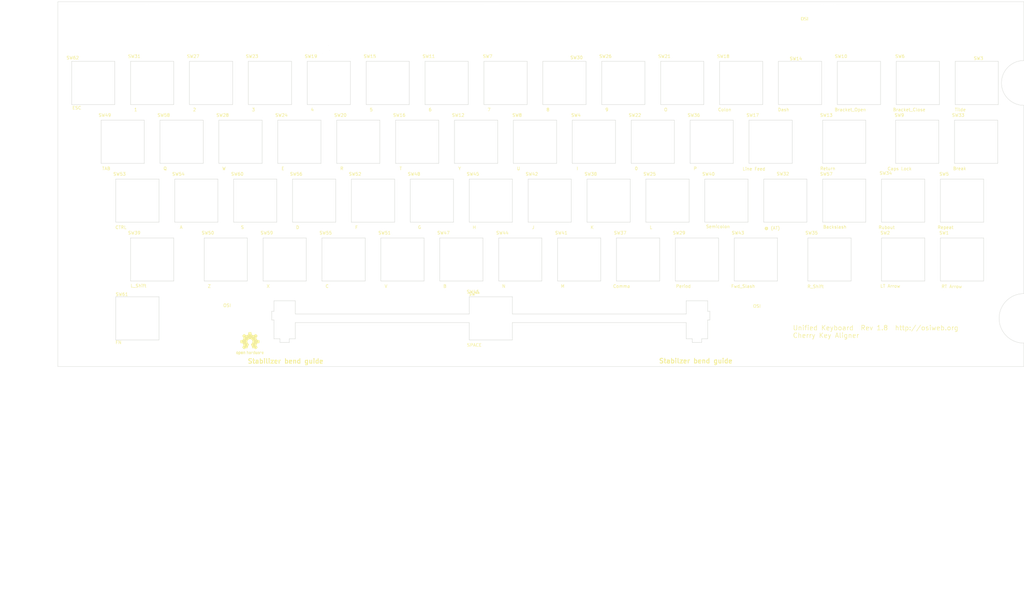
<source format=kicad_pcb>
(kicad_pcb (version 20171130) (host pcbnew "(5.1.6-0-10_14)")

  (general
    (thickness 1.6)
    (drawings 13)
    (tracks 0)
    (zones 0)
    (modules 77)
    (nets 1)
  )

  (page B)
  (title_block
    (title "Cherry Key aligner")
    (date 2020-06-22)
    (rev 1.8)
    (company OSIWeb.org)
  )

  (layers
    (0 F.Cu signal)
    (31 B.Cu signal)
    (32 B.Adhes user)
    (33 F.Adhes user)
    (34 B.Paste user)
    (35 F.Paste user)
    (36 B.SilkS user)
    (37 F.SilkS user)
    (38 B.Mask user)
    (39 F.Mask user)
    (40 Dwgs.User user)
    (41 Cmts.User user)
    (42 Eco1.User user)
    (43 Eco2.User user)
    (44 Edge.Cuts user)
    (45 Margin user)
    (46 B.CrtYd user)
    (47 F.CrtYd user)
    (48 B.Fab user)
    (49 F.Fab user)
  )

  (setup
    (last_trace_width 0.254)
    (user_trace_width 0.254)
    (user_trace_width 0.508)
    (user_trace_width 1.27)
    (trace_clearance 0.2)
    (zone_clearance 0.508)
    (zone_45_only no)
    (trace_min 0.2)
    (via_size 0.8128)
    (via_drill 0.4064)
    (via_min_size 0.4)
    (via_min_drill 0.3)
    (user_via 1.27 0.7112)
    (uvia_size 0.3048)
    (uvia_drill 0.1016)
    (uvias_allowed no)
    (uvia_min_size 0.2)
    (uvia_min_drill 0.1)
    (edge_width 0.05)
    (segment_width 0.2)
    (pcb_text_width 0.3)
    (pcb_text_size 1.5 1.5)
    (mod_edge_width 0.12)
    (mod_text_size 1 1)
    (mod_text_width 0.15)
    (pad_size 6.858 6.858)
    (pad_drill 6.858)
    (pad_to_mask_clearance 0)
    (aux_axis_origin 61.4172 179.1081)
    (grid_origin 62.1538 75.2602)
    (visible_elements 7FFFEFFF)
    (pcbplotparams
      (layerselection 0x010f0_ffffffff)
      (usegerberextensions false)
      (usegerberattributes false)
      (usegerberadvancedattributes false)
      (creategerberjobfile false)
      (excludeedgelayer true)
      (linewidth 0.100000)
      (plotframeref false)
      (viasonmask false)
      (mode 1)
      (useauxorigin false)
      (hpglpennumber 1)
      (hpglpenspeed 20)
      (hpglpendiameter 15.000000)
      (psnegative false)
      (psa4output false)
      (plotreference true)
      (plotvalue true)
      (plotinvisibletext false)
      (padsonsilk false)
      (subtractmaskfromsilk false)
      (outputformat 1)
      (mirror false)
      (drillshape 0)
      (scaleselection 1)
      (outputdirectory "outputs"))
  )

  (net 0 "")

  (net_class Default "This is the default net class."
    (clearance 0.2)
    (trace_width 0.254)
    (via_dia 0.8128)
    (via_drill 0.4064)
    (uvia_dia 0.3048)
    (uvia_drill 0.1016)
    (diff_pair_width 0.2032)
    (diff_pair_gap 0.254)
  )

  (net_class power1 ""
    (clearance 0.254)
    (trace_width 1.27)
    (via_dia 1.27)
    (via_drill 0.7112)
    (uvia_dia 0.3048)
    (uvia_drill 0.1016)
    (diff_pair_width 0.2032)
    (diff_pair_gap 0.254)
  )

  (net_class signal ""
    (clearance 0.2032)
    (trace_width 0.254)
    (via_dia 0.8128)
    (via_drill 0.4064)
    (uvia_dia 0.3048)
    (uvia_drill 0.1016)
    (diff_pair_width 0.2032)
    (diff_pair_gap 0.254)
  )

  (module unikbd:OSI_spacer_holes (layer F.Cu) (tedit 5EEED003) (tstamp 5EE2E784)
    (at 197.15988 165.99916)
    (fp_text reference REF** (at 0 0.5) (layer F.SilkS) hide
      (effects (font (size 1 1) (thickness 0.15)))
    )
    (fp_text value "OSI mounting holes" (at -0.32258 11.14044) (layer F.Fab)
      (effects (font (size 1 1) (thickness 0.15)))
    )
    (fp_circle (center 109.22 -92.71) (end 114.046 -92.71) (layer Cmts.User) (width 0.15))
    (fp_circle (center 109.22 -92.71) (end 114.3 -92.71) (layer F.CrtYd) (width 0.05))
    (fp_circle (center -109.22 -92.71) (end -104.394 -92.71) (layer Cmts.User) (width 0.15))
    (fp_circle (center -109.22 -92.71) (end -104.14 -92.71) (layer F.CrtYd) (width 0.05))
    (fp_circle (center 0 -92.8624) (end 4.826 -92.8624) (layer Cmts.User) (width 0.15))
    (fp_circle (center 0 -92.8624) (end 5.08 -92.8624) (layer F.CrtYd) (width 0.05))
    (fp_circle (center 85.725 0.635) (end 89.225 0.635) (layer Cmts.User) (width 0.15))
    (fp_circle (center 85.725 0.635) (end 89.475 0.635) (layer F.CrtYd) (width 0.05))
    (fp_circle (center -85.725 0.635) (end -82.225 0.635) (layer Cmts.User) (width 0.15))
    (fp_circle (center -85.725 0.635) (end -81.975 0.635) (layer F.CrtYd) (width 0.05))
    (fp_circle (center 0 -97.9424) (end 4.826 -97.9424) (layer Cmts.User) (width 0.15))
    (fp_circle (center 0 -97.9424) (end 5.08 -97.9424) (layer F.CrtYd) (width 0.05))
    (fp_circle (center -109.22 -97.79) (end -104.394 -97.79) (layer Cmts.User) (width 0.15))
    (fp_circle (center -109.22 -97.79) (end -104.14 -97.79) (layer F.CrtYd) (width 0.05))
    (fp_circle (center 109.22 -97.79) (end 114.046 -97.79) (layer Cmts.User) (width 0.15))
    (fp_circle (center 109.22 -97.79) (end 114.3 -97.79) (layer F.CrtYd) (width 0.05))
    (fp_text user %R (at 110.75162 -87.97036) (layer F.Fab)
      (effects (font (size 1 1) (thickness 0.15)))
    )
    (fp_text user OSI (at 101.48062 -96.93656) (layer F.SilkS)
      (effects (font (size 1 1) (thickness 0.15)))
    )
    (fp_text user %R (at -85.03158 5.42544) (layer F.Fab)
      (effects (font (size 1 1) (thickness 0.15)))
    )
    (fp_text user OSI (at -85.28558 -4.17576) (layer F.SilkS)
      (effects (font (size 1 1) (thickness 0.15)))
    )
    (fp_text user %R (at 86.31682 5.65404) (layer F.Fab)
      (effects (font (size 1 1) (thickness 0.15)))
    )
    (fp_text user OSI (at 86.06282 -3.94716) (layer F.SilkS)
      (effects (font (size 1 1) (thickness 0.15)))
    )
    (fp_text user OSI (at 0.59182 -97.46996) (layer F.SilkS)
      (effects (font (size 1 1) (thickness 0.15)))
    )
    (fp_text user %R (at 0.84582 -87.86876) (layer F.Fab)
      (effects (font (size 1 1) (thickness 0.15)))
    )
    (fp_text user OSI (at -109.56798 -97.46996) (layer F.SilkS)
      (effects (font (size 1 1) (thickness 0.15)))
    )
    (fp_text user %R (at -109.31398 -87.86876) (layer F.Fab)
      (effects (font (size 1 1) (thickness 0.15)))
    )
    (fp_text user OSI (at 101.48062 -96.93656) (layer F.SilkS)
      (effects (font (size 1 1) (thickness 0.15)))
    )
    (fp_text user %R (at 110.75162 -87.97036) (layer F.Fab)
      (effects (font (size 1 1) (thickness 0.15)))
    )
    (pad "" np_thru_hole circle (at -85.725 0.635) (size 7.112 7.112) (drill 7.112) (layers *.Cu *.Mask))
    (pad "" np_thru_hole circle (at 85.725 0.635) (size 7.112 7.112) (drill 7.112) (layers *.Cu *.Mask))
    (pad "" np_thru_hole oval (at 0 -95.25) (size 7.112 12.192) (drill oval 7.112 12.192) (layers *.Cu *.Mask))
    (pad "" np_thru_hole oval (at -109.22 -95.25) (size 7.112 12.192) (drill oval 7.112 12.192) (layers *.Cu *.Mask))
    (pad "" np_thru_hole oval (at 109.22 -95.25) (size 7.112 12.192) (drill oval 7.112 12.192) (layers *.Cu *.Mask))
  )

  (module unikbd:MX_space_aligner (layer F.Cu) (tedit 5EE3C1C3) (tstamp 5D0D7A0F)
    (at 197.15988 165.99916)
    (path /5BC3E99D/5BC6CD72)
    (fp_text reference SW46 (at -5.7912 -8.6106) (layer F.SilkS)
      (effects (font (size 1 1) (thickness 0.15)))
    )
    (fp_text value SPACE (at -5.334 8.6614) (layer F.SilkS)
      (effects (font (size 1 1) (thickness 0.15)))
    )
    (fp_line (start 6.985 -6.985) (end 6.985 -1.397) (layer Edge.Cuts) (width 0.12))
    (fp_line (start 6.985 -1.397) (end 63.2206 -1.397) (layer Edge.Cuts) (width 0.12))
    (fp_line (start 63.2206 -1.397) (end 63.2206 -5.6896) (layer Edge.Cuts) (width 0.12))
    (fp_line (start 63.2206 -5.6896) (end 70.1294 -5.6896) (layer Edge.Cuts) (width 0.12))
    (fp_line (start 70.1294 -5.6896) (end 70.1294 -2.286) (layer Edge.Cuts) (width 0.12))
    (fp_line (start 70.1294 -2.286) (end 70.866 -2.286) (layer Edge.Cuts) (width 0.12))
    (fp_line (start 70.866 -2.286) (end 70.866 0.508) (layer Edge.Cuts) (width 0.12))
    (fp_line (start 70.866 0.508) (end 70.1294 0.508) (layer Edge.Cuts) (width 0.12))
    (fp_line (start 70.1294 0.508) (end 70.1294 6.604) (layer Edge.Cuts) (width 0.12))
    (fp_line (start 70.1294 6.604) (end 68.199 6.604) (layer Edge.Cuts) (width 0.12))
    (fp_line (start 68.199 6.604) (end 68.199 7.7724) (layer Edge.Cuts) (width 0.12))
    (fp_line (start 68.199 7.7724) (end 65.151 7.7724) (layer Edge.Cuts) (width 0.12))
    (fp_line (start 65.151 7.7724) (end 65.151 6.604) (layer Edge.Cuts) (width 0.12))
    (fp_line (start 65.151 6.604) (end 63.2206 6.604) (layer Edge.Cuts) (width 0.12))
    (fp_line (start 63.2206 6.604) (end 63.2206 1.397) (layer Edge.Cuts) (width 0.12))
    (fp_line (start 63.2206 1.397) (end 6.985 1.397) (layer Edge.Cuts) (width 0.12))
    (fp_line (start 6.985 1.397) (end 6.985 6.985) (layer Edge.Cuts) (width 0.12))
    (fp_line (start 6.985 6.985) (end -6.985 6.985) (layer Edge.Cuts) (width 0.12))
    (fp_line (start -6.985 6.985) (end -6.985 1.397) (layer Edge.Cuts) (width 0.12))
    (fp_line (start -6.985 1.397) (end -63.2206 1.397) (layer Edge.Cuts) (width 0.12))
    (fp_line (start -63.2206 1.397) (end -63.2206 6.604) (layer Edge.Cuts) (width 0.12))
    (fp_line (start -63.2206 6.604) (end -65.151 6.604) (layer Edge.Cuts) (width 0.12))
    (fp_line (start -65.151 6.604) (end -65.151 7.7724) (layer Edge.Cuts) (width 0.12))
    (fp_line (start -65.151 7.7724) (end -68.199 7.7724) (layer Edge.Cuts) (width 0.12))
    (fp_line (start -68.199 7.7724) (end -68.199 6.604) (layer Edge.Cuts) (width 0.12))
    (fp_line (start -68.199 6.604) (end -70.1294 6.604) (layer Edge.Cuts) (width 0.12))
    (fp_line (start -70.1294 6.604) (end -70.1294 0.508) (layer Edge.Cuts) (width 0.12))
    (fp_line (start -70.1294 0.508) (end -70.866 0.508) (layer Edge.Cuts) (width 0.12))
    (fp_line (start -70.866 0.508) (end -70.866 -2.286) (layer Edge.Cuts) (width 0.12))
    (fp_line (start -70.866 -2.286) (end -70.1294 -2.286) (layer Edge.Cuts) (width 0.12))
    (fp_line (start -70.1294 -2.286) (end -70.1294 -5.6896) (layer Edge.Cuts) (width 0.12))
    (fp_line (start -70.1294 -5.6896) (end -63.2206 -5.6896) (layer Edge.Cuts) (width 0.12))
    (fp_line (start -63.2206 -5.6896) (end -63.2206 -1.397) (layer Edge.Cuts) (width 0.12))
    (fp_line (start -63.2206 -1.397) (end -6.985 -1.397) (layer Edge.Cuts) (width 0.12))
    (fp_line (start -6.985 -1.397) (end -6.985 -6.985) (layer Edge.Cuts) (width 0.12))
    (fp_line (start -6.985 -6.985) (end 6.985 -6.985) (layer Edge.Cuts) (width 0.12))
    (fp_text user REF** (at 0 0.5) (layer F.SilkS) hide
      (effects (font (size 1 1) (thickness 0.15)))
    )
    (fp_text user Futaba_2u_Cherry_aligner (at 0 -0.5) (layer F.Fab)
      (effects (font (size 1 1) (thickness 0.15)))
    )
    (fp_text user SW** (at -5.334 -7.874) (layer F.SilkS)
      (effects (font (size 1 1) (thickness 0.15)))
    )
    (fp_text user MX_space_aligner (at -0.6096 7.9248) (layer B.Fab)
      (effects (font (size 1 1) (thickness 0.15)))
    )
  )

  (module unikbd:Key_MX_Aligner (layer F.Cu) (tedit 5E72B33B) (tstamp 5EE2E6D8)
    (at 335.06918 108.84916)
    (path /5BC3EA0A/5BCAF394)
    (fp_text reference SW9 (at -5.7912 -8.6106) (layer F.SilkS)
      (effects (font (size 1 1) (thickness 0.15)))
    )
    (fp_text value "Caps Lock" (at -5.7023 8.71982) (layer F.SilkS)
      (effects (font (size 1 1) (thickness 0.15)))
    )
    (fp_line (start -6.985 -6.985) (end -6.985 6.985) (layer Edge.Cuts) (width 0.12))
    (fp_line (start 6.985 6.985) (end 6.985 -6.985) (layer Edge.Cuts) (width 0.12))
    (fp_line (start -6.985 -6.985) (end 6.985 -6.985) (layer Edge.Cuts) (width 0.12))
    (fp_line (start -6.985 6.985) (end 6.985 6.985) (layer Edge.Cuts) (width 0.12))
  )

  (module unikbd:Key_MX_Aligner (layer F.Cu) (tedit 5E72B33B) (tstamp 5E0A154C)
    (at 82.85988 165.99916)
    (fp_text reference SW61 (at -5.0292 -7.7724) (layer F.SilkS)
      (effects (font (size 1 1) (thickness 0.15)))
    )
    (fp_text value FN (at -6.1214 7.7978) (layer F.SilkS)
      (effects (font (size 1 1) (thickness 0.15)))
    )
    (fp_line (start -6.985 -6.985) (end -6.985 6.985) (layer Edge.Cuts) (width 0.12))
    (fp_line (start 6.985 6.985) (end 6.985 -6.985) (layer Edge.Cuts) (width 0.12))
    (fp_line (start -6.985 -6.985) (end 6.985 -6.985) (layer Edge.Cuts) (width 0.12))
    (fp_line (start -6.985 6.985) (end 6.985 6.985) (layer Edge.Cuts) (width 0.12))
  )

  (module unikbd:Key_MX_Aligner (layer F.Cu) (tedit 5E72B33B) (tstamp 5D0F9D4F)
    (at 287.64738 108.84916)
    (path /5BC3EA0A/5BCAF39B)
    (fp_text reference SW17 (at -5.7912 -8.6106) (layer F.SilkS)
      (effects (font (size 1 1) (thickness 0.15)))
    )
    (fp_text value "Line Feed" (at -5.37464 8.79094) (layer F.SilkS)
      (effects (font (size 1 1) (thickness 0.15)))
    )
    (fp_line (start -6.985 -6.985) (end -6.985 6.985) (layer Edge.Cuts) (width 0.12))
    (fp_line (start 6.985 6.985) (end 6.985 -6.985) (layer Edge.Cuts) (width 0.12))
    (fp_line (start -6.985 -6.985) (end 6.985 -6.985) (layer Edge.Cuts) (width 0.12))
    (fp_line (start -6.985 6.985) (end 6.985 6.985) (layer Edge.Cuts) (width 0.12))
  )

  (module unikbd:Key_MX_Aligner (layer F.Cu) (tedit 5E72B33B) (tstamp 5D0FBBE7)
    (at 244.78488 146.94916)
    (path /5BC3E99D/5BC6CEDD)
    (fp_text reference SW37 (at -5.7912 -8.6106) (layer F.SilkS)
      (effects (font (size 1 1) (thickness 0.15)))
    )
    (fp_text value Comma (at -5.334 8.6614) (layer F.SilkS)
      (effects (font (size 1 1) (thickness 0.15)))
    )
    (fp_line (start -6.985 -6.985) (end -6.985 6.985) (layer Edge.Cuts) (width 0.12))
    (fp_line (start 6.985 6.985) (end 6.985 -6.985) (layer Edge.Cuts) (width 0.12))
    (fp_line (start -6.985 -6.985) (end 6.985 -6.985) (layer Edge.Cuts) (width 0.12))
    (fp_line (start -6.985 6.985) (end 6.985 6.985) (layer Edge.Cuts) (width 0.12))
  )

  (module unikbd:Key_MX_Aligner locked (layer F.Cu) (tedit 5E72B33B) (tstamp 5D0D7CEF)
    (at 87.62238 89.79916)
    (path /5BC3EA0A/5BCAF489)
    (fp_text reference SW31 (at -5.7912 -8.6106) (layer F.SilkS)
      (effects (font (size 1 1) (thickness 0.15)))
    )
    (fp_text value 1 (at -5.334 8.6614) (layer F.SilkS)
      (effects (font (size 1 1) (thickness 0.15)))
    )
    (fp_line (start -6.985 -6.985) (end -6.985 6.985) (layer Edge.Cuts) (width 0.12))
    (fp_line (start 6.985 6.985) (end 6.985 -6.985) (layer Edge.Cuts) (width 0.12))
    (fp_line (start -6.985 -6.985) (end 6.985 -6.985) (layer Edge.Cuts) (width 0.12))
    (fp_line (start -6.985 6.985) (end 6.985 6.985) (layer Edge.Cuts) (width 0.12))
  )

  (module unikbd:Key_MX_Aligner locked (layer F.Cu) (tedit 5E72B33B) (tstamp 5D0D7CDF)
    (at 220.97238 89.79916)
    (path /5BC3EA0A/5BCAF419)
    (fp_text reference SW30 (at 3.91922 -8.21436) (layer F.SilkS)
      (effects (font (size 1 1) (thickness 0.15)))
    )
    (fp_text value 8 (at -5.334 8.6614) (layer F.SilkS)
      (effects (font (size 1 1) (thickness 0.15)))
    )
    (fp_line (start -6.985 -6.985) (end -6.985 6.985) (layer Edge.Cuts) (width 0.12))
    (fp_line (start 6.985 6.985) (end 6.985 -6.985) (layer Edge.Cuts) (width 0.12))
    (fp_line (start -6.985 -6.985) (end 6.985 -6.985) (layer Edge.Cuts) (width 0.12))
    (fp_line (start -6.985 6.985) (end 6.985 6.985) (layer Edge.Cuts) (width 0.12))
  )

  (module unikbd:Key_MX_Aligner (layer F.Cu) (tedit 5E72B33B) (tstamp 5D633EAE)
    (at 263.83488 146.94916)
    (path /5BC3EA0A/5BCAF3A9)
    (fp_text reference SW29 (at -5.7912 -8.6106) (layer F.SilkS)
      (effects (font (size 1 1) (thickness 0.15)))
    )
    (fp_text value Period (at -4.38658 8.6614) (layer F.SilkS)
      (effects (font (size 1 1) (thickness 0.15)))
    )
    (fp_line (start -6.985 -6.985) (end -6.985 6.985) (layer Edge.Cuts) (width 0.12))
    (fp_line (start 6.985 6.985) (end 6.985 -6.985) (layer Edge.Cuts) (width 0.12))
    (fp_line (start -6.985 -6.985) (end 6.985 -6.985) (layer Edge.Cuts) (width 0.12))
    (fp_line (start -6.985 6.985) (end 6.985 6.985) (layer Edge.Cuts) (width 0.12))
  )

  (module unikbd:Key_MX_Aligner (layer F.Cu) (tedit 5E72B33B) (tstamp 5D0F9EDE)
    (at 116.19738 108.84916)
    (path /5BC3EA0A/5BCAF339)
    (fp_text reference SW28 (at -5.7912 -8.6106) (layer F.SilkS)
      (effects (font (size 1 1) (thickness 0.15)))
    )
    (fp_text value W (at -5.334 8.6614) (layer F.SilkS)
      (effects (font (size 1 1) (thickness 0.15)))
    )
    (fp_line (start -6.985 -6.985) (end -6.985 6.985) (layer Edge.Cuts) (width 0.12))
    (fp_line (start 6.985 6.985) (end 6.985 -6.985) (layer Edge.Cuts) (width 0.12))
    (fp_line (start -6.985 -6.985) (end 6.985 -6.985) (layer Edge.Cuts) (width 0.12))
    (fp_line (start -6.985 6.985) (end 6.985 6.985) (layer Edge.Cuts) (width 0.12))
  )

  (module unikbd:Key_MX_Aligner locked (layer F.Cu) (tedit 5E72B33B) (tstamp 5D0D7CAF)
    (at 106.67238 89.79916)
    (path /5BC3EA0A/5BCAF490)
    (fp_text reference SW27 (at -5.7912 -8.6106) (layer F.SilkS)
      (effects (font (size 1 1) (thickness 0.15)))
    )
    (fp_text value 2 (at -5.334 8.6614) (layer F.SilkS)
      (effects (font (size 1 1) (thickness 0.15)))
    )
    (fp_line (start -6.985 -6.985) (end -6.985 6.985) (layer Edge.Cuts) (width 0.12))
    (fp_line (start 6.985 6.985) (end 6.985 -6.985) (layer Edge.Cuts) (width 0.12))
    (fp_line (start -6.985 -6.985) (end 6.985 -6.985) (layer Edge.Cuts) (width 0.12))
    (fp_line (start -6.985 6.985) (end 6.985 6.985) (layer Edge.Cuts) (width 0.12))
  )

  (module unikbd:Key_MX_Aligner locked (layer F.Cu) (tedit 5E72B33B) (tstamp 5D0D7C9F)
    (at 240.02238 89.79916)
    (path /5BC3EA0A/5BCAF420)
    (fp_text reference SW26 (at -5.7912 -8.6106) (layer F.SilkS)
      (effects (font (size 1 1) (thickness 0.15)))
    )
    (fp_text value 9 (at -5.334 8.6614) (layer F.SilkS)
      (effects (font (size 1 1) (thickness 0.15)))
    )
    (fp_line (start -6.985 -6.985) (end -6.985 6.985) (layer Edge.Cuts) (width 0.12))
    (fp_line (start 6.985 6.985) (end 6.985 -6.985) (layer Edge.Cuts) (width 0.12))
    (fp_line (start -6.985 -6.985) (end 6.985 -6.985) (layer Edge.Cuts) (width 0.12))
    (fp_line (start -6.985 6.985) (end 6.985 6.985) (layer Edge.Cuts) (width 0.12))
  )

  (module unikbd:Key_MX_Aligner (layer F.Cu) (tedit 5E72B33B) (tstamp 5D0FAB87)
    (at 254.30988 127.89916)
    (path /5BC3EA0A/5BCAF3B0)
    (fp_text reference SW25 (at -5.7912 -8.6106) (layer F.SilkS)
      (effects (font (size 1 1) (thickness 0.15)))
    )
    (fp_text value L (at -5.334 8.6614) (layer F.SilkS)
      (effects (font (size 1 1) (thickness 0.15)))
    )
    (fp_line (start -6.985 -6.985) (end -6.985 6.985) (layer Edge.Cuts) (width 0.12))
    (fp_line (start 6.985 6.985) (end 6.985 -6.985) (layer Edge.Cuts) (width 0.12))
    (fp_line (start -6.985 -6.985) (end 6.985 -6.985) (layer Edge.Cuts) (width 0.12))
    (fp_line (start -6.985 6.985) (end 6.985 6.985) (layer Edge.Cuts) (width 0.12))
  )

  (module unikbd:Key_MX_Aligner (layer F.Cu) (tedit 5E72B33B) (tstamp 5D0F9EA5)
    (at 135.24738 108.84916)
    (path /5BC3EA0A/5BCAF340)
    (fp_text reference SW24 (at -5.7912 -8.6106) (layer F.SilkS)
      (effects (font (size 1 1) (thickness 0.15)))
    )
    (fp_text value E (at -5.334 8.6614) (layer F.SilkS)
      (effects (font (size 1 1) (thickness 0.15)))
    )
    (fp_line (start -6.985 -6.985) (end -6.985 6.985) (layer Edge.Cuts) (width 0.12))
    (fp_line (start 6.985 6.985) (end 6.985 -6.985) (layer Edge.Cuts) (width 0.12))
    (fp_line (start -6.985 -6.985) (end 6.985 -6.985) (layer Edge.Cuts) (width 0.12))
    (fp_line (start -6.985 6.985) (end 6.985 6.985) (layer Edge.Cuts) (width 0.12))
  )

  (module unikbd:Key_MX_Aligner locked (layer F.Cu) (tedit 5E72B33B) (tstamp 5D0D7C6F)
    (at 125.72238 89.79916)
    (path /5BC3EA0A/5BCAF482)
    (fp_text reference SW23 (at -5.7912 -8.6106) (layer F.SilkS)
      (effects (font (size 1 1) (thickness 0.15)))
    )
    (fp_text value 3 (at -5.334 8.6614) (layer F.SilkS)
      (effects (font (size 1 1) (thickness 0.15)))
    )
    (fp_line (start -6.985 -6.985) (end -6.985 6.985) (layer Edge.Cuts) (width 0.12))
    (fp_line (start 6.985 6.985) (end 6.985 -6.985) (layer Edge.Cuts) (width 0.12))
    (fp_line (start -6.985 -6.985) (end 6.985 -6.985) (layer Edge.Cuts) (width 0.12))
    (fp_line (start -6.985 6.985) (end 6.985 6.985) (layer Edge.Cuts) (width 0.12))
  )

  (module unikbd:Key_MX_Aligner (layer F.Cu) (tedit 5E72B33B) (tstamp 5D633858)
    (at 249.54738 108.84916)
    (path /5BC3EA0A/5BCAF412)
    (fp_text reference SW22 (at -5.7912 -8.6106) (layer F.SilkS)
      (effects (font (size 1 1) (thickness 0.15)))
    )
    (fp_text value 0 (at -5.334 8.6614) (layer F.SilkS)
      (effects (font (size 1 1) (thickness 0.15)))
    )
    (fp_line (start -6.985 -6.985) (end -6.985 6.985) (layer Edge.Cuts) (width 0.12))
    (fp_line (start 6.985 6.985) (end 6.985 -6.985) (layer Edge.Cuts) (width 0.12))
    (fp_line (start -6.985 -6.985) (end 6.985 -6.985) (layer Edge.Cuts) (width 0.12))
    (fp_line (start -6.985 6.985) (end 6.985 6.985) (layer Edge.Cuts) (width 0.12))
  )

  (module unikbd:Key_MX_Aligner locked (layer F.Cu) (tedit 5E72B33B) (tstamp 5D0D7C4F)
    (at 259.07238 89.79916)
    (path /5BC3EA0A/5BCAF3A2)
    (fp_text reference SW21 (at -5.7912 -8.6106) (layer F.SilkS)
      (effects (font (size 1 1) (thickness 0.15)))
    )
    (fp_text value O (at -5.334 8.6614) (layer F.SilkS)
      (effects (font (size 1 1) (thickness 0.15)))
    )
    (fp_line (start -6.985 -6.985) (end -6.985 6.985) (layer Edge.Cuts) (width 0.12))
    (fp_line (start 6.985 6.985) (end 6.985 -6.985) (layer Edge.Cuts) (width 0.12))
    (fp_line (start -6.985 -6.985) (end 6.985 -6.985) (layer Edge.Cuts) (width 0.12))
    (fp_line (start -6.985 6.985) (end 6.985 6.985) (layer Edge.Cuts) (width 0.12))
  )

  (module unikbd:Key_MX_Aligner (layer F.Cu) (tedit 5E72B33B) (tstamp 5D0F9E6C)
    (at 154.29738 108.84916)
    (path /5BC3EA0A/5BCAF332)
    (fp_text reference SW20 (at -5.7912 -8.6106) (layer F.SilkS)
      (effects (font (size 1 1) (thickness 0.15)))
    )
    (fp_text value R (at -5.334 8.6614) (layer F.SilkS)
      (effects (font (size 1 1) (thickness 0.15)))
    )
    (fp_line (start -6.985 -6.985) (end -6.985 6.985) (layer Edge.Cuts) (width 0.12))
    (fp_line (start 6.985 6.985) (end 6.985 -6.985) (layer Edge.Cuts) (width 0.12))
    (fp_line (start -6.985 -6.985) (end 6.985 -6.985) (layer Edge.Cuts) (width 0.12))
    (fp_line (start -6.985 6.985) (end 6.985 6.985) (layer Edge.Cuts) (width 0.12))
  )

  (module unikbd:Key_MX_Aligner locked (layer F.Cu) (tedit 5E72B33B) (tstamp 5D0D7C2F)
    (at 144.77238 89.79916)
    (path /5BC3EA0A/5BCAF47B)
    (fp_text reference SW19 (at -5.7912 -8.6106) (layer F.SilkS)
      (effects (font (size 1 1) (thickness 0.15)))
    )
    (fp_text value 4 (at -5.334 8.6614) (layer F.SilkS)
      (effects (font (size 1 1) (thickness 0.15)))
    )
    (fp_line (start -6.985 -6.985) (end -6.985 6.985) (layer Edge.Cuts) (width 0.12))
    (fp_line (start 6.985 6.985) (end 6.985 -6.985) (layer Edge.Cuts) (width 0.12))
    (fp_line (start -6.985 -6.985) (end 6.985 -6.985) (layer Edge.Cuts) (width 0.12))
    (fp_line (start -6.985 6.985) (end 6.985 6.985) (layer Edge.Cuts) (width 0.12))
  )

  (module unikbd:Key_MX_Aligner locked (layer F.Cu) (tedit 5E72B33B) (tstamp 5D0D7C1F)
    (at 278.12238 89.79916)
    (path /5BC3EA0A/5BCAF40B)
    (fp_text reference SW18 (at -5.7912 -8.6106) (layer F.SilkS)
      (effects (font (size 1 1) (thickness 0.15)))
    )
    (fp_text value Colon (at -5.334 8.6614) (layer F.SilkS)
      (effects (font (size 1 1) (thickness 0.15)))
    )
    (fp_line (start -6.985 -6.985) (end -6.985 6.985) (layer Edge.Cuts) (width 0.12))
    (fp_line (start 6.985 6.985) (end 6.985 -6.985) (layer Edge.Cuts) (width 0.12))
    (fp_line (start -6.985 -6.985) (end 6.985 -6.985) (layer Edge.Cuts) (width 0.12))
    (fp_line (start -6.985 6.985) (end 6.985 6.985) (layer Edge.Cuts) (width 0.12))
  )

  (module unikbd:Key_MX_Aligner (layer F.Cu) (tedit 5E72B33B) (tstamp 5D0F9D88)
    (at 173.34738 108.84916)
    (path /5BC3EA0A/5BCAF32B)
    (fp_text reference SW16 (at -5.7912 -8.6106) (layer F.SilkS)
      (effects (font (size 1 1) (thickness 0.15)))
    )
    (fp_text value T (at -5.334 8.6614) (layer F.SilkS)
      (effects (font (size 1 1) (thickness 0.15)))
    )
    (fp_line (start -6.985 -6.985) (end -6.985 6.985) (layer Edge.Cuts) (width 0.12))
    (fp_line (start 6.985 6.985) (end 6.985 -6.985) (layer Edge.Cuts) (width 0.12))
    (fp_line (start -6.985 -6.985) (end 6.985 -6.985) (layer Edge.Cuts) (width 0.12))
    (fp_line (start -6.985 6.985) (end 6.985 6.985) (layer Edge.Cuts) (width 0.12))
  )

  (module unikbd:Key_MX_Aligner locked (layer F.Cu) (tedit 5E72B33B) (tstamp 5D0D7BEF)
    (at 163.82238 89.79916)
    (path /5BC3EA0A/5BCAF46D)
    (fp_text reference SW15 (at -5.7912 -8.6106) (layer F.SilkS)
      (effects (font (size 1 1) (thickness 0.15)))
    )
    (fp_text value 5 (at -5.334 8.6614) (layer F.SilkS)
      (effects (font (size 1 1) (thickness 0.15)))
    )
    (fp_line (start -6.985 -6.985) (end -6.985 6.985) (layer Edge.Cuts) (width 0.12))
    (fp_line (start 6.985 6.985) (end 6.985 -6.985) (layer Edge.Cuts) (width 0.12))
    (fp_line (start -6.985 -6.985) (end 6.985 -6.985) (layer Edge.Cuts) (width 0.12))
    (fp_line (start -6.985 6.985) (end 6.985 6.985) (layer Edge.Cuts) (width 0.12))
  )

  (module unikbd:Key_MX_Aligner locked (layer F.Cu) (tedit 5E72B33B) (tstamp 5D0D7BDF)
    (at 297.17238 89.79916)
    (path /5BC3EA0A/5BCAF3FD)
    (fp_text reference SW14 (at -1.33858 -7.85876) (layer F.SilkS)
      (effects (font (size 1 1) (thickness 0.15)))
    )
    (fp_text value Dash (at -5.334 8.6614) (layer F.SilkS)
      (effects (font (size 1 1) (thickness 0.15)))
    )
    (fp_line (start -6.985 -6.985) (end -6.985 6.985) (layer Edge.Cuts) (width 0.12))
    (fp_line (start 6.985 6.985) (end 6.985 -6.985) (layer Edge.Cuts) (width 0.12))
    (fp_line (start -6.985 -6.985) (end 6.985 -6.985) (layer Edge.Cuts) (width 0.12))
    (fp_line (start -6.985 6.985) (end 6.985 6.985) (layer Edge.Cuts) (width 0.12))
  )

  (module unikbd:Key_MX_Aligner (layer F.Cu) (tedit 5E72B33B) (tstamp 5EE2E6FC)
    (at 311.45988 108.84916)
    (path /5BC3EA0A/5BCAF38D)
    (fp_text reference SW13 (at -5.7912 -8.6106) (layer F.SilkS)
      (effects (font (size 1 1) (thickness 0.15)))
    )
    (fp_text value Return (at -5.334 8.6614) (layer F.SilkS)
      (effects (font (size 1 1) (thickness 0.15)))
    )
    (fp_line (start -6.985 -6.985) (end -6.985 6.985) (layer Edge.Cuts) (width 0.12))
    (fp_line (start 6.985 6.985) (end 6.985 -6.985) (layer Edge.Cuts) (width 0.12))
    (fp_line (start -6.985 -6.985) (end 6.985 -6.985) (layer Edge.Cuts) (width 0.12))
    (fp_line (start -6.985 6.985) (end 6.985 6.985) (layer Edge.Cuts) (width 0.12))
  )

  (module unikbd:Key_MX_Aligner (layer F.Cu) (tedit 5E72B33B) (tstamp 5D0F9DFA)
    (at 192.39738 108.84916)
    (path /5BC3EA0A/5BCAF31D)
    (fp_text reference SW12 (at -5.7912 -8.6106) (layer F.SilkS)
      (effects (font (size 1 1) (thickness 0.15)))
    )
    (fp_text value Y (at -5.334 8.6614) (layer F.SilkS)
      (effects (font (size 1 1) (thickness 0.15)))
    )
    (fp_line (start -6.985 -6.985) (end -6.985 6.985) (layer Edge.Cuts) (width 0.12))
    (fp_line (start 6.985 6.985) (end 6.985 -6.985) (layer Edge.Cuts) (width 0.12))
    (fp_line (start -6.985 -6.985) (end 6.985 -6.985) (layer Edge.Cuts) (width 0.12))
    (fp_line (start -6.985 6.985) (end 6.985 6.985) (layer Edge.Cuts) (width 0.12))
  )

  (module unikbd:Key_MX_Aligner locked (layer F.Cu) (tedit 5E72B33B) (tstamp 5D0D7BAF)
    (at 182.87238 89.79916)
    (path /5BC3EA0A/5BCAF474)
    (fp_text reference SW11 (at -5.7912 -8.6106) (layer F.SilkS)
      (effects (font (size 1 1) (thickness 0.15)))
    )
    (fp_text value 6 (at -5.334 8.6614) (layer F.SilkS)
      (effects (font (size 1 1) (thickness 0.15)))
    )
    (fp_line (start -6.985 -6.985) (end -6.985 6.985) (layer Edge.Cuts) (width 0.12))
    (fp_line (start 6.985 6.985) (end 6.985 -6.985) (layer Edge.Cuts) (width 0.12))
    (fp_line (start -6.985 -6.985) (end 6.985 -6.985) (layer Edge.Cuts) (width 0.12))
    (fp_line (start -6.985 6.985) (end 6.985 6.985) (layer Edge.Cuts) (width 0.12))
  )

  (module unikbd:Key_MX_Aligner locked (layer F.Cu) (tedit 5E72B33B) (tstamp 5D105DE3)
    (at 316.22238 89.79916)
    (path /5BC3EA0A/5BCAF404)
    (fp_text reference SW10 (at -5.7912 -8.6106) (layer F.SilkS)
      (effects (font (size 1 1) (thickness 0.15)))
    )
    (fp_text value Bracket_Open (at -2.794 8.6614) (layer F.SilkS)
      (effects (font (size 1 1) (thickness 0.15)))
    )
    (fp_line (start -6.985 -6.985) (end -6.985 6.985) (layer Edge.Cuts) (width 0.12))
    (fp_line (start 6.985 6.985) (end 6.985 -6.985) (layer Edge.Cuts) (width 0.12))
    (fp_line (start -6.985 -6.985) (end 6.985 -6.985) (layer Edge.Cuts) (width 0.12))
    (fp_line (start -6.985 6.985) (end 6.985 6.985) (layer Edge.Cuts) (width 0.12))
  )

  (module unikbd:Key_MX_Aligner (layer F.Cu) (tedit 5E72B33B) (tstamp 5D0F9DC1)
    (at 211.44738 108.84916)
    (path /5BC3EA0A/5BCAF324)
    (fp_text reference SW8 (at -5.7912 -8.6106) (layer F.SilkS)
      (effects (font (size 1 1) (thickness 0.15)))
    )
    (fp_text value U (at -5.334 8.6614) (layer F.SilkS)
      (effects (font (size 1 1) (thickness 0.15)))
    )
    (fp_line (start -6.985 -6.985) (end -6.985 6.985) (layer Edge.Cuts) (width 0.12))
    (fp_line (start 6.985 6.985) (end 6.985 -6.985) (layer Edge.Cuts) (width 0.12))
    (fp_line (start -6.985 -6.985) (end 6.985 -6.985) (layer Edge.Cuts) (width 0.12))
    (fp_line (start -6.985 6.985) (end 6.985 6.985) (layer Edge.Cuts) (width 0.12))
  )

  (module unikbd:Key_MX_Aligner (layer F.Cu) (tedit 5E72B33B) (tstamp 5D0D7B6F)
    (at 201.92238 89.79916)
    (path /5BC3EA0A/5BCAF466)
    (fp_text reference SW7 (at -5.7912 -8.6106) (layer F.SilkS)
      (effects (font (size 1 1) (thickness 0.15)))
    )
    (fp_text value 7 (at -5.334 8.6614) (layer F.SilkS)
      (effects (font (size 1 1) (thickness 0.15)))
    )
    (fp_line (start -6.985 -6.985) (end -6.985 6.985) (layer Edge.Cuts) (width 0.12))
    (fp_line (start 6.985 6.985) (end 6.985 -6.985) (layer Edge.Cuts) (width 0.12))
    (fp_line (start -6.985 -6.985) (end 6.985 -6.985) (layer Edge.Cuts) (width 0.12))
    (fp_line (start -6.985 6.985) (end 6.985 6.985) (layer Edge.Cuts) (width 0.12))
  )

  (module unikbd:Key_MX_Aligner locked (layer F.Cu) (tedit 5E72B33B) (tstamp 5D105E93)
    (at 335.27238 89.79916)
    (path /5BC3EA0A/5BCAF3F6)
    (fp_text reference SW6 (at -5.7912 -8.6106) (layer F.SilkS)
      (effects (font (size 1 1) (thickness 0.15)))
    )
    (fp_text value Bracket_Close (at -2.794 8.6614) (layer F.SilkS)
      (effects (font (size 1 1) (thickness 0.15)))
    )
    (fp_line (start -6.985 -6.985) (end -6.985 6.985) (layer Edge.Cuts) (width 0.12))
    (fp_line (start 6.985 6.985) (end 6.985 -6.985) (layer Edge.Cuts) (width 0.12))
    (fp_line (start -6.985 -6.985) (end 6.985 -6.985) (layer Edge.Cuts) (width 0.12))
    (fp_line (start -6.985 6.985) (end 6.985 6.985) (layer Edge.Cuts) (width 0.12))
  )

  (module unikbd:Key_MX_Aligner (layer F.Cu) (tedit 5E72B33B) (tstamp 5D0F200E)
    (at 349.55988 127.89916)
    (path /5BC3EA0A/5BCAF386)
    (fp_text reference SW5 (at -5.7912 -8.6106) (layer F.SilkS)
      (effects (font (size 1 1) (thickness 0.15)))
    )
    (fp_text value Repeat (at -5.334 8.6614) (layer F.SilkS)
      (effects (font (size 1 1) (thickness 0.15)))
    )
    (fp_line (start -6.985 -6.985) (end -6.985 6.985) (layer Edge.Cuts) (width 0.12))
    (fp_line (start 6.985 6.985) (end 6.985 -6.985) (layer Edge.Cuts) (width 0.12))
    (fp_line (start -6.985 -6.985) (end 6.985 -6.985) (layer Edge.Cuts) (width 0.12))
    (fp_line (start -6.985 6.985) (end 6.985 6.985) (layer Edge.Cuts) (width 0.12))
  )

  (module unikbd:Key_MX_Aligner (layer F.Cu) (tedit 5E72B33B) (tstamp 5D0F9D16)
    (at 230.49738 108.84916)
    (path /5BC3EA0A/5BCAF316)
    (fp_text reference SW4 (at -5.7912 -8.6106) (layer F.SilkS)
      (effects (font (size 1 1) (thickness 0.15)))
    )
    (fp_text value I (at -5.334 8.6614) (layer F.SilkS)
      (effects (font (size 1 1) (thickness 0.15)))
    )
    (fp_line (start -6.985 -6.985) (end -6.985 6.985) (layer Edge.Cuts) (width 0.12))
    (fp_line (start 6.985 6.985) (end 6.985 -6.985) (layer Edge.Cuts) (width 0.12))
    (fp_line (start -6.985 -6.985) (end 6.985 -6.985) (layer Edge.Cuts) (width 0.12))
    (fp_line (start -6.985 6.985) (end 6.985 6.985) (layer Edge.Cuts) (width 0.12))
  )

  (module unikbd:Key_MX_Aligner locked (layer F.Cu) (tedit 5E72B33B) (tstamp 5D0D7B1F)
    (at 354.32238 89.79916)
    (path /5BC3EA0A/5BCAF3EF)
    (fp_text reference SW3 (at 0.56642 -7.96036) (layer F.SilkS)
      (effects (font (size 1 1) (thickness 0.15)))
    )
    (fp_text value Tilde (at -5.334 8.6614) (layer F.SilkS)
      (effects (font (size 1 1) (thickness 0.15)))
    )
    (fp_line (start -6.985 -6.985) (end -6.985 6.985) (layer Edge.Cuts) (width 0.12))
    (fp_line (start 6.985 6.985) (end 6.985 -6.985) (layer Edge.Cuts) (width 0.12))
    (fp_line (start -6.985 -6.985) (end 6.985 -6.985) (layer Edge.Cuts) (width 0.12))
    (fp_line (start -6.985 6.985) (end 6.985 6.985) (layer Edge.Cuts) (width 0.12))
  )

  (module unikbd:Key_MX_Aligner (layer F.Cu) (tedit 5E72B33B) (tstamp 5D0F6109)
    (at 330.50988 146.94916)
    (path /5BC3EA0A/5BCAF37F)
    (fp_text reference SW2 (at -5.7912 -8.6106) (layer F.SilkS)
      (effects (font (size 1 1) (thickness 0.15)))
    )
    (fp_text value "LT Arrow" (at -4.15798 8.60044) (layer F.SilkS)
      (effects (font (size 1 1) (thickness 0.15)))
    )
    (fp_line (start -6.985 -6.985) (end -6.985 6.985) (layer Edge.Cuts) (width 0.12))
    (fp_line (start 6.985 6.985) (end 6.985 -6.985) (layer Edge.Cuts) (width 0.12))
    (fp_line (start -6.985 -6.985) (end 6.985 -6.985) (layer Edge.Cuts) (width 0.12))
    (fp_line (start -6.985 6.985) (end 6.985 6.985) (layer Edge.Cuts) (width 0.12))
  )

  (module unikbd:Key_MX_Aligner (layer F.Cu) (tedit 5E72B33B) (tstamp 5D0FAB4E)
    (at 120.95988 127.89916)
    (path /5BC3E99D/5BC6D0D0)
    (fp_text reference SW60 (at -5.7912 -8.6106) (layer F.SilkS)
      (effects (font (size 1 1) (thickness 0.15)))
    )
    (fp_text value S (at -4.13258 8.62584) (layer F.SilkS)
      (effects (font (size 1 1) (thickness 0.15)))
    )
    (fp_line (start -6.985 -6.985) (end -6.985 6.985) (layer Edge.Cuts) (width 0.12))
    (fp_line (start 6.985 6.985) (end 6.985 -6.985) (layer Edge.Cuts) (width 0.12))
    (fp_line (start -6.985 -6.985) (end 6.985 -6.985) (layer Edge.Cuts) (width 0.12))
    (fp_line (start -6.985 6.985) (end 6.985 6.985) (layer Edge.Cuts) (width 0.12))
  )

  (module unikbd:Key_MX_Aligner (layer F.Cu) (tedit 5E72B33B) (tstamp 5D0FB692)
    (at 130.48488 146.94916)
    (path /5BC3E99D/5BC6CF00)
    (fp_text reference SW59 (at -5.7912 -8.6106) (layer F.SilkS)
      (effects (font (size 1 1) (thickness 0.15)))
    )
    (fp_text value X (at -5.334 8.6614) (layer F.SilkS)
      (effects (font (size 1 1) (thickness 0.15)))
    )
    (fp_line (start -6.985 -6.985) (end -6.985 6.985) (layer Edge.Cuts) (width 0.12))
    (fp_line (start 6.985 6.985) (end 6.985 -6.985) (layer Edge.Cuts) (width 0.12))
    (fp_line (start -6.985 -6.985) (end 6.985 -6.985) (layer Edge.Cuts) (width 0.12))
    (fp_line (start -6.985 6.985) (end 6.985 6.985) (layer Edge.Cuts) (width 0.12))
  )

  (module unikbd:Key_MX_Aligner (layer F.Cu) (tedit 5E72B33B) (tstamp 5D0F9CDD)
    (at 97.14738 108.84916)
    (path /5BC3E99D/5BC6CD80)
    (fp_text reference SW58 (at -5.7912 -8.6106) (layer F.SilkS)
      (effects (font (size 1 1) (thickness 0.15)))
    )
    (fp_text value Q (at -5.334 8.6614) (layer F.SilkS)
      (effects (font (size 1 1) (thickness 0.15)))
    )
    (fp_line (start -6.985 -6.985) (end -6.985 6.985) (layer Edge.Cuts) (width 0.12))
    (fp_line (start 6.985 6.985) (end 6.985 -6.985) (layer Edge.Cuts) (width 0.12))
    (fp_line (start -6.985 -6.985) (end 6.985 -6.985) (layer Edge.Cuts) (width 0.12))
    (fp_line (start -6.985 6.985) (end 6.985 6.985) (layer Edge.Cuts) (width 0.12))
  )

  (module unikbd:Key_MX_Aligner (layer F.Cu) (tedit 5E72B33B) (tstamp 5D633B5C)
    (at 311.45988 127.89916)
    (path /5BC3E99D/5BC3FF70)
    (fp_text reference SW57 (at -5.7912 -8.6106) (layer F.SilkS)
      (effects (font (size 1 1) (thickness 0.15)))
    )
    (fp_text value Backslash (at -3.04038 8.52424) (layer F.SilkS)
      (effects (font (size 1 1) (thickness 0.15)))
    )
    (fp_line (start -6.985 -6.985) (end -6.985 6.985) (layer Edge.Cuts) (width 0.12))
    (fp_line (start 6.985 6.985) (end 6.985 -6.985) (layer Edge.Cuts) (width 0.12))
    (fp_line (start -6.985 -6.985) (end 6.985 -6.985) (layer Edge.Cuts) (width 0.12))
    (fp_line (start -6.985 6.985) (end 6.985 6.985) (layer Edge.Cuts) (width 0.12))
  )

  (module unikbd:Key_MX_Aligner (layer F.Cu) (tedit 5E72B33B) (tstamp 5D0FAB15)
    (at 140.00988 127.89916)
    (path /5BC3E99D/5BC6D0D7)
    (fp_text reference SW56 (at -5.7912 -8.6106) (layer F.SilkS)
      (effects (font (size 1 1) (thickness 0.15)))
    )
    (fp_text value D (at -5.334 8.6614) (layer F.SilkS)
      (effects (font (size 1 1) (thickness 0.15)))
    )
    (fp_line (start -6.985 -6.985) (end -6.985 6.985) (layer Edge.Cuts) (width 0.12))
    (fp_line (start 6.985 6.985) (end 6.985 -6.985) (layer Edge.Cuts) (width 0.12))
    (fp_line (start -6.985 -6.985) (end 6.985 -6.985) (layer Edge.Cuts) (width 0.12))
    (fp_line (start -6.985 6.985) (end 6.985 6.985) (layer Edge.Cuts) (width 0.12))
  )

  (module unikbd:Key_MX_Aligner (layer F.Cu) (tedit 5E72B33B) (tstamp 5D0FB659)
    (at 149.53488 146.94916)
    (path /5BC3E99D/5BC6CF07)
    (fp_text reference SW55 (at -5.7912 -8.6106) (layer F.SilkS)
      (effects (font (size 1 1) (thickness 0.15)))
    )
    (fp_text value C (at -5.334 8.6614) (layer F.SilkS)
      (effects (font (size 1 1) (thickness 0.15)))
    )
    (fp_line (start -6.985 -6.985) (end -6.985 6.985) (layer Edge.Cuts) (width 0.12))
    (fp_line (start 6.985 6.985) (end 6.985 -6.985) (layer Edge.Cuts) (width 0.12))
    (fp_line (start -6.985 -6.985) (end 6.985 -6.985) (layer Edge.Cuts) (width 0.12))
    (fp_line (start -6.985 6.985) (end 6.985 6.985) (layer Edge.Cuts) (width 0.12))
  )

  (module unikbd:Key_MX_Aligner (layer F.Cu) (tedit 5E72B33B) (tstamp 5D0FAADC)
    (at 101.90988 127.89916)
    (path /5BC3E99D/5BC6CD87)
    (fp_text reference SW54 (at -5.7912 -8.6106) (layer F.SilkS)
      (effects (font (size 1 1) (thickness 0.15)))
    )
    (fp_text value A (at -4.89458 8.62584) (layer F.SilkS)
      (effects (font (size 1 1) (thickness 0.15)))
    )
    (fp_line (start -6.985 -6.985) (end -6.985 6.985) (layer Edge.Cuts) (width 0.12))
    (fp_line (start 6.985 6.985) (end 6.985 -6.985) (layer Edge.Cuts) (width 0.12))
    (fp_line (start -6.985 -6.985) (end 6.985 -6.985) (layer Edge.Cuts) (width 0.12))
    (fp_line (start -6.985 6.985) (end 6.985 6.985) (layer Edge.Cuts) (width 0.12))
  )

  (module unikbd:Key_MX_Aligner (layer F.Cu) (tedit 5E72B33B) (tstamp 5D0FAF44)
    (at 82.85988 127.89916)
    (path /5BC3E99D/5BC3FF77)
    (fp_text reference SW53 (at -5.7912 -8.6106) (layer F.SilkS)
      (effects (font (size 1 1) (thickness 0.15)))
    )
    (fp_text value CTRL (at -5.334 8.6614) (layer F.SilkS)
      (effects (font (size 1 1) (thickness 0.15)))
    )
    (fp_line (start -6.985 -6.985) (end -6.985 6.985) (layer Edge.Cuts) (width 0.12))
    (fp_line (start 6.985 6.985) (end 6.985 -6.985) (layer Edge.Cuts) (width 0.12))
    (fp_line (start -6.985 -6.985) (end 6.985 -6.985) (layer Edge.Cuts) (width 0.12))
    (fp_line (start -6.985 6.985) (end 6.985 6.985) (layer Edge.Cuts) (width 0.12))
  )

  (module unikbd:Key_MX_Aligner (layer F.Cu) (tedit 5E72B33B) (tstamp 5D0FB0A3)
    (at 159.05988 127.89916)
    (path /5BC3E99D/5BC6D0C9)
    (fp_text reference SW52 (at -5.7912 -8.6106) (layer F.SilkS)
      (effects (font (size 1 1) (thickness 0.15)))
    )
    (fp_text value F (at -5.334 8.6614) (layer F.SilkS)
      (effects (font (size 1 1) (thickness 0.15)))
    )
    (fp_line (start -6.985 -6.985) (end -6.985 6.985) (layer Edge.Cuts) (width 0.12))
    (fp_line (start 6.985 6.985) (end 6.985 -6.985) (layer Edge.Cuts) (width 0.12))
    (fp_line (start -6.985 -6.985) (end 6.985 -6.985) (layer Edge.Cuts) (width 0.12))
    (fp_line (start -6.985 6.985) (end 6.985 6.985) (layer Edge.Cuts) (width 0.12))
  )

  (module unikbd:Key_MX_Aligner (layer F.Cu) (tedit 5E72B33B) (tstamp 5D0FBCCB)
    (at 168.58488 146.94916)
    (path /5BC3E99D/5BC6CEF9)
    (fp_text reference SW51 (at -5.7912 -8.6106) (layer F.SilkS)
      (effects (font (size 1 1) (thickness 0.15)))
    )
    (fp_text value V (at -5.334 8.6614) (layer F.SilkS)
      (effects (font (size 1 1) (thickness 0.15)))
    )
    (fp_line (start -6.985 -6.985) (end -6.985 6.985) (layer Edge.Cuts) (width 0.12))
    (fp_line (start 6.985 6.985) (end 6.985 -6.985) (layer Edge.Cuts) (width 0.12))
    (fp_line (start -6.985 -6.985) (end 6.985 -6.985) (layer Edge.Cuts) (width 0.12))
    (fp_line (start -6.985 6.985) (end 6.985 6.985) (layer Edge.Cuts) (width 0.12))
  )

  (module unikbd:Key_MX_Aligner (layer F.Cu) (tedit 5E72B33B) (tstamp 5D0FBC59)
    (at 111.43488 146.94916)
    (path /5BC3E99D/5BC6CD79)
    (fp_text reference SW50 (at -5.7912 -8.6106) (layer F.SilkS)
      (effects (font (size 1 1) (thickness 0.15)))
    )
    (fp_text value Z (at -5.334 8.6614) (layer F.SilkS)
      (effects (font (size 1 1) (thickness 0.15)))
    )
    (fp_line (start -6.985 -6.985) (end -6.985 6.985) (layer Edge.Cuts) (width 0.12))
    (fp_line (start 6.985 6.985) (end 6.985 -6.985) (layer Edge.Cuts) (width 0.12))
    (fp_line (start -6.985 -6.985) (end 6.985 -6.985) (layer Edge.Cuts) (width 0.12))
    (fp_line (start -6.985 6.985) (end 6.985 6.985) (layer Edge.Cuts) (width 0.12))
  )

  (module unikbd:Key_MX_Aligner (layer F.Cu) (tedit 5E72B33B) (tstamp 5D0FA2F5)
    (at 78.09738 108.84916)
    (path /5BC3E99D/5BC3FF69)
    (fp_text reference SW49 (at -5.7912 -8.6106) (layer F.SilkS)
      (effects (font (size 1 1) (thickness 0.15)))
    )
    (fp_text value TAB (at -5.334 8.6614) (layer F.SilkS)
      (effects (font (size 1 1) (thickness 0.15)))
    )
    (fp_line (start -6.985 -6.985) (end -6.985 6.985) (layer Edge.Cuts) (width 0.12))
    (fp_line (start 6.985 6.985) (end 6.985 -6.985) (layer Edge.Cuts) (width 0.12))
    (fp_line (start -6.985 -6.985) (end 6.985 -6.985) (layer Edge.Cuts) (width 0.12))
    (fp_line (start -6.985 6.985) (end 6.985 6.985) (layer Edge.Cuts) (width 0.12))
  )

  (module unikbd:Key_MX_Aligner (layer F.Cu) (tedit 5E72B33B) (tstamp 5D0FB115)
    (at 178.10988 127.89916)
    (path /5BC3E99D/5BC6D0C2)
    (fp_text reference SW48 (at -5.7912 -8.6106) (layer F.SilkS)
      (effects (font (size 1 1) (thickness 0.15)))
    )
    (fp_text value G (at -4.00558 8.62584) (layer F.SilkS)
      (effects (font (size 1 1) (thickness 0.15)))
    )
    (fp_line (start -6.985 -6.985) (end -6.985 6.985) (layer Edge.Cuts) (width 0.12))
    (fp_line (start 6.985 6.985) (end 6.985 -6.985) (layer Edge.Cuts) (width 0.12))
    (fp_line (start -6.985 -6.985) (end 6.985 -6.985) (layer Edge.Cuts) (width 0.12))
    (fp_line (start -6.985 6.985) (end 6.985 6.985) (layer Edge.Cuts) (width 0.12))
  )

  (module unikbd:Key_MX_Aligner (layer F.Cu) (tedit 5E72B33B) (tstamp 5D0FBB3C)
    (at 187.63488 146.94916)
    (path /5BC3E99D/5BC6CEF2)
    (fp_text reference SW47 (at -5.7912 -8.6106) (layer F.SilkS)
      (effects (font (size 1 1) (thickness 0.15)))
    )
    (fp_text value B (at -5.334 8.6614) (layer F.SilkS)
      (effects (font (size 1 1) (thickness 0.15)))
    )
    (fp_line (start -6.985 -6.985) (end -6.985 6.985) (layer Edge.Cuts) (width 0.12))
    (fp_line (start 6.985 6.985) (end 6.985 -6.985) (layer Edge.Cuts) (width 0.12))
    (fp_line (start -6.985 -6.985) (end 6.985 -6.985) (layer Edge.Cuts) (width 0.12))
    (fp_line (start -6.985 6.985) (end 6.985 6.985) (layer Edge.Cuts) (width 0.12))
  )

  (module unikbd:Key_MX_Aligner (layer F.Cu) (tedit 5E72B33B) (tstamp 5D0FB187)
    (at 197.15988 127.89916)
    (path /5BC3E99D/5BC6D0B4)
    (fp_text reference SW45 (at -5.7912 -8.6106) (layer F.SilkS)
      (effects (font (size 1 1) (thickness 0.15)))
    )
    (fp_text value H (at -5.334 8.6614) (layer F.SilkS)
      (effects (font (size 1 1) (thickness 0.15)))
    )
    (fp_line (start -6.985 -6.985) (end -6.985 6.985) (layer Edge.Cuts) (width 0.12))
    (fp_line (start 6.985 6.985) (end 6.985 -6.985) (layer Edge.Cuts) (width 0.12))
    (fp_line (start -6.985 -6.985) (end 6.985 -6.985) (layer Edge.Cuts) (width 0.12))
    (fp_line (start -6.985 6.985) (end 6.985 6.985) (layer Edge.Cuts) (width 0.12))
  )

  (module unikbd:Key_MX_Aligner (layer F.Cu) (tedit 5E72B33B) (tstamp 5D0FBC20)
    (at 206.68488 146.94916)
    (path /5BC3E99D/5BC6CEE4)
    (fp_text reference SW44 (at -5.7912 -8.6106) (layer F.SilkS)
      (effects (font (size 1 1) (thickness 0.15)))
    )
    (fp_text value N (at -5.334 8.6614) (layer F.SilkS)
      (effects (font (size 1 1) (thickness 0.15)))
    )
    (fp_line (start -6.985 -6.985) (end -6.985 6.985) (layer Edge.Cuts) (width 0.12))
    (fp_line (start 6.985 6.985) (end 6.985 -6.985) (layer Edge.Cuts) (width 0.12))
    (fp_line (start -6.985 -6.985) (end 6.985 -6.985) (layer Edge.Cuts) (width 0.12))
    (fp_line (start -6.985 6.985) (end 6.985 6.985) (layer Edge.Cuts) (width 0.12))
  )

  (module unikbd:Key_MX_Aligner (layer F.Cu) (tedit 5E72B33B) (tstamp 5D0FBBAE)
    (at 282.88488 146.94916)
    (path /5BC3E99D/5BC6CD64)
    (fp_text reference SW43 (at -5.7912 -8.6106) (layer F.SilkS)
      (effects (font (size 1 1) (thickness 0.15)))
    )
    (fp_text value Fwd_Slash (at -4.13258 8.6614) (layer F.SilkS)
      (effects (font (size 1 1) (thickness 0.15)))
    )
    (fp_line (start -6.985 -6.985) (end -6.985 6.985) (layer Edge.Cuts) (width 0.12))
    (fp_line (start 6.985 6.985) (end 6.985 -6.985) (layer Edge.Cuts) (width 0.12))
    (fp_line (start -6.985 -6.985) (end 6.985 -6.985) (layer Edge.Cuts) (width 0.12))
    (fp_line (start -6.985 6.985) (end 6.985 6.985) (layer Edge.Cuts) (width 0.12))
  )

  (module unikbd:Key_MX_Aligner (layer F.Cu) (tedit 5E72B33B) (tstamp 5D0FB14E)
    (at 216.20988 127.89916)
    (path /5BC3E99D/5BC6D0BB)
    (fp_text reference SW42 (at -5.7912 -8.6106) (layer F.SilkS)
      (effects (font (size 1 1) (thickness 0.15)))
    )
    (fp_text value J (at -5.334 8.6614) (layer F.SilkS)
      (effects (font (size 1 1) (thickness 0.15)))
    )
    (fp_line (start -6.985 -6.985) (end -6.985 6.985) (layer Edge.Cuts) (width 0.12))
    (fp_line (start 6.985 6.985) (end 6.985 -6.985) (layer Edge.Cuts) (width 0.12))
    (fp_line (start -6.985 -6.985) (end 6.985 -6.985) (layer Edge.Cuts) (width 0.12))
    (fp_line (start -6.985 6.985) (end 6.985 6.985) (layer Edge.Cuts) (width 0.12))
  )

  (module unikbd:Key_MX_Aligner (layer F.Cu) (tedit 5E72B33B) (tstamp 5D0FBC92)
    (at 225.73488 146.94916)
    (path /5BC3E99D/5BC6CEEB)
    (fp_text reference SW41 (at -5.7912 -8.6106) (layer F.SilkS)
      (effects (font (size 1 1) (thickness 0.15)))
    )
    (fp_text value M (at -5.334 8.6614) (layer F.SilkS)
      (effects (font (size 1 1) (thickness 0.15)))
    )
    (fp_line (start -6.985 -6.985) (end -6.985 6.985) (layer Edge.Cuts) (width 0.12))
    (fp_line (start 6.985 6.985) (end 6.985 -6.985) (layer Edge.Cuts) (width 0.12))
    (fp_line (start -6.985 -6.985) (end 6.985 -6.985) (layer Edge.Cuts) (width 0.12))
    (fp_line (start -6.985 6.985) (end 6.985 6.985) (layer Edge.Cuts) (width 0.12))
  )

  (module unikbd:Key_MX_Aligner (layer F.Cu) (tedit 5E72B33B) (tstamp 5D0FB031)
    (at 273.35988 127.89916)
    (path /5BC3E99D/5BC6CD6B)
    (fp_text reference SW40 (at -5.7912 -8.6106) (layer F.SilkS)
      (effects (font (size 1 1) (thickness 0.15)))
    )
    (fp_text value Semicolon (at -2.73558 8.39724) (layer F.SilkS)
      (effects (font (size 1 1) (thickness 0.15)))
    )
    (fp_line (start -6.985 -6.985) (end -6.985 6.985) (layer Edge.Cuts) (width 0.12))
    (fp_line (start 6.985 6.985) (end 6.985 -6.985) (layer Edge.Cuts) (width 0.12))
    (fp_line (start -6.985 -6.985) (end 6.985 -6.985) (layer Edge.Cuts) (width 0.12))
    (fp_line (start -6.985 6.985) (end 6.985 6.985) (layer Edge.Cuts) (width 0.12))
  )

  (module unikbd:Key_MX_Aligner (layer F.Cu) (tedit 5E72B33B) (tstamp 5D0FBB75)
    (at 87.62238 146.94916)
    (path /5BC3E99D/5BC3FE57)
    (fp_text reference SW39 (at -5.7912 -8.6106) (layer F.SilkS)
      (effects (font (size 1 1) (thickness 0.15)))
    )
    (fp_text value L_Shift (at -4.41198 8.52424) (layer F.SilkS)
      (effects (font (size 1 1) (thickness 0.15)))
    )
    (fp_line (start -6.985 -6.985) (end -6.985 6.985) (layer Edge.Cuts) (width 0.12))
    (fp_line (start 6.985 6.985) (end 6.985 -6.985) (layer Edge.Cuts) (width 0.12))
    (fp_line (start -6.985 -6.985) (end 6.985 -6.985) (layer Edge.Cuts) (width 0.12))
    (fp_line (start -6.985 6.985) (end 6.985 6.985) (layer Edge.Cuts) (width 0.12))
  )

  (module unikbd:Key_MX_Aligner (layer F.Cu) (tedit 5E72B33B) (tstamp 5D0FB06A)
    (at 235.25988 127.89916)
    (path /5BC3E99D/5BC6D0AD)
    (fp_text reference SW38 (at -5.7912 -8.6106) (layer F.SilkS)
      (effects (font (size 1 1) (thickness 0.15)))
    )
    (fp_text value K (at -5.334 8.6614) (layer F.SilkS)
      (effects (font (size 1 1) (thickness 0.15)))
    )
    (fp_line (start -6.985 -6.985) (end -6.985 6.985) (layer Edge.Cuts) (width 0.12))
    (fp_line (start 6.985 6.985) (end 6.985 -6.985) (layer Edge.Cuts) (width 0.12))
    (fp_line (start -6.985 -6.985) (end 6.985 -6.985) (layer Edge.Cuts) (width 0.12))
    (fp_line (start -6.985 6.985) (end 6.985 6.985) (layer Edge.Cuts) (width 0.12))
  )

  (module unikbd:Key_MX_Aligner (layer F.Cu) (tedit 5E72B33B) (tstamp 5D0FA32E)
    (at 268.59738 108.84916)
    (path /5BC3E99D/5BC6CD5D)
    (fp_text reference SW36 (at -5.7912 -8.6106) (layer F.SilkS)
      (effects (font (size 1 1) (thickness 0.15)))
    )
    (fp_text value P (at -5.334 8.6614) (layer F.SilkS)
      (effects (font (size 1 1) (thickness 0.15)))
    )
    (fp_line (start -6.985 -6.985) (end -6.985 6.985) (layer Edge.Cuts) (width 0.12))
    (fp_line (start 6.985 6.985) (end 6.985 -6.985) (layer Edge.Cuts) (width 0.12))
    (fp_line (start -6.985 -6.985) (end 6.985 -6.985) (layer Edge.Cuts) (width 0.12))
    (fp_line (start -6.985 6.985) (end 6.985 6.985) (layer Edge.Cuts) (width 0.12))
  )

  (module unikbd:Key_MX_Aligner (layer F.Cu) (tedit 5E72B33B) (tstamp 5D0FBD04)
    (at 306.69738 146.94916)
    (path /5BC3E99D/5BC3FD26)
    (fp_text reference SW35 (at -5.7912 -8.6106) (layer F.SilkS)
      (effects (font (size 1 1) (thickness 0.15)))
    )
    (fp_text value R_Shift (at -4.51358 8.75284) (layer F.SilkS)
      (effects (font (size 1 1) (thickness 0.15)))
    )
    (fp_line (start -6.985 -6.985) (end -6.985 6.985) (layer Edge.Cuts) (width 0.12))
    (fp_line (start 6.985 6.985) (end 6.985 -6.985) (layer Edge.Cuts) (width 0.12))
    (fp_line (start -6.985 -6.985) (end 6.985 -6.985) (layer Edge.Cuts) (width 0.12))
    (fp_line (start -6.985 6.985) (end 6.985 6.985) (layer Edge.Cuts) (width 0.12))
  )

  (module unikbd:Key_MX_Aligner (layer F.Cu) (tedit 5E72B33B) (tstamp 5D0EE51F)
    (at 330.50988 127.89916)
    (path /5D6C3751)
    (fp_text reference SW34 (at -5.61848 -8.89508) (layer F.SilkS)
      (effects (font (size 1 1) (thickness 0.15)))
    )
    (fp_text value Rubout (at -5.334 8.6614) (layer F.SilkS)
      (effects (font (size 1 1) (thickness 0.15)))
    )
    (fp_line (start -6.985 -6.985) (end -6.985 6.985) (layer Edge.Cuts) (width 0.12))
    (fp_line (start 6.985 6.985) (end 6.985 -6.985) (layer Edge.Cuts) (width 0.12))
    (fp_line (start -6.985 -6.985) (end 6.985 -6.985) (layer Edge.Cuts) (width 0.12))
    (fp_line (start -6.985 6.985) (end 6.985 6.985) (layer Edge.Cuts) (width 0.12))
  )

  (module unikbd:Key_MX_Aligner (layer F.Cu) (tedit 5E72B33B) (tstamp 5D0D791F)
    (at 354.11918 108.84916)
    (path /5BC3E99D/5BC6CED6)
    (fp_text reference SW33 (at -5.7912 -8.6106) (layer F.SilkS)
      (effects (font (size 1 1) (thickness 0.15)))
    )
    (fp_text value Break (at -5.334 8.6614) (layer F.SilkS)
      (effects (font (size 1 1) (thickness 0.15)))
    )
    (fp_line (start -6.985 -6.985) (end -6.985 6.985) (layer Edge.Cuts) (width 0.12))
    (fp_line (start 6.985 6.985) (end 6.985 -6.985) (layer Edge.Cuts) (width 0.12))
    (fp_line (start -6.985 -6.985) (end 6.985 -6.985) (layer Edge.Cuts) (width 0.12))
    (fp_line (start -6.985 6.985) (end 6.985 6.985) (layer Edge.Cuts) (width 0.12))
  )

  (module unikbd:Key_MX_Aligner (layer F.Cu) (tedit 5E72B33B) (tstamp 5D0FB0DC)
    (at 292.40988 127.89916)
    (path /5D6BE647)
    (fp_text reference SW32 (at -0.78994 -8.67664) (layer F.SilkS)
      (effects (font (size 1 1) (thickness 0.15)))
    )
    (fp_text value "@ (AT)" (at -4.25958 8.87984) (layer F.SilkS)
      (effects (font (size 1 1) (thickness 0.15)))
    )
    (fp_line (start -6.985 -6.985) (end -6.985 6.985) (layer Edge.Cuts) (width 0.12))
    (fp_line (start 6.985 6.985) (end 6.985 -6.985) (layer Edge.Cuts) (width 0.12))
    (fp_line (start -6.985 -6.985) (end 6.985 -6.985) (layer Edge.Cuts) (width 0.12))
    (fp_line (start -6.985 6.985) (end 6.985 6.985) (layer Edge.Cuts) (width 0.12))
  )

  (module unikbd:Key_MX_Aligner (layer F.Cu) (tedit 5E72B33B) (tstamp 5D0D7AFF)
    (at 349.55988 146.94916)
    (path /5BC3EA0A/5BCAF30F)
    (fp_text reference SW1 (at -5.7912 -8.6106) (layer F.SilkS)
      (effects (font (size 1 1) (thickness 0.15)))
    )
    (fp_text value "RT Arrow" (at -3.31978 8.75284) (layer F.SilkS)
      (effects (font (size 1 1) (thickness 0.15)))
    )
    (fp_line (start -6.985 -6.985) (end -6.985 6.985) (layer Edge.Cuts) (width 0.12))
    (fp_line (start 6.985 6.985) (end 6.985 -6.985) (layer Edge.Cuts) (width 0.12))
    (fp_line (start -6.985 -6.985) (end 6.985 -6.985) (layer Edge.Cuts) (width 0.12))
    (fp_line (start -6.985 6.985) (end 6.985 6.985) (layer Edge.Cuts) (width 0.12))
  )

  (module unikbd:Key_MX_Aligner (layer F.Cu) (tedit 5E72B33B) (tstamp 5E0A52FF)
    (at 68.57238 89.79916)
    (fp_text reference SW62 (at -6.64718 -8.13816) (layer F.SilkS)
      (effects (font (size 1 1) (thickness 0.15)))
    )
    (fp_text value ESC (at -5.32638 8.06704) (layer F.SilkS)
      (effects (font (size 1 1) (thickness 0.15)))
    )
    (fp_line (start -6.985 -6.985) (end -6.985 6.985) (layer Edge.Cuts) (width 0.12))
    (fp_line (start 6.985 6.985) (end 6.985 -6.985) (layer Edge.Cuts) (width 0.12))
    (fp_line (start -6.985 -6.985) (end 6.985 -6.985) (layer Edge.Cuts) (width 0.12))
    (fp_line (start -6.985 6.985) (end 6.985 6.985) (layer Edge.Cuts) (width 0.12))
  )

  (module MountingHole:MountingHole_2.1mm (layer F.Cu) (tedit 5EE9B629) (tstamp 5EE9F9CA)
    (at 263.66978 177.39868)
    (descr "Mounting Hole 2.1mm, no annular")
    (tags "mounting hole 2.1mm no annular")
    (attr virtual)
    (fp_text reference REF** (at 0 -3.2) (layer F.SilkS) hide
      (effects (font (size 1 1) (thickness 0.15)))
    )
    (fp_text value MountingHole_2.1mm (at 0 3.2) (layer F.Fab)
      (effects (font (size 1 1) (thickness 0.15)))
    )
    (pad "" np_thru_hole circle (at 0 0) (size 1.6256 1.6256) (drill 1.6256) (layers *.Cu *.Mask))
  )

  (module MountingHole:MountingHole_2.1mm (layer F.Cu) (tedit 5EE9B596) (tstamp 5EE9F998)
    (at 130.31978 177.39868)
    (descr "Mounting Hole 2.1mm, no annular")
    (tags "mounting hole 2.1mm no annular")
    (attr virtual)
    (fp_text reference REF** (at 0 -3.2) (layer F.SilkS) hide
      (effects (font (size 1 1) (thickness 0.15)))
    )
    (fp_text value MountingHole_2.1mm (at 0 3.2) (layer F.Fab)
      (effects (font (size 1 1) (thickness 0.15)))
    )
    (pad "" np_thru_hole circle (at 0 0) (size 1.6256 1.6256) (drill 1.6256) (layers *.Cu *.Mask))
  )

  (module Symbol:OSHW-Logo2_9.8x8mm_SilkScreen (layer F.Cu) (tedit 0) (tstamp 5E0A0419)
    (at 119.253 174.1678)
    (descr "Open Source Hardware Symbol")
    (tags "Logo Symbol OSHW")
    (attr virtual)
    (fp_text reference REF** (at 0 0) (layer F.SilkS) hide
      (effects (font (size 1 1) (thickness 0.15)))
    )
    (fp_text value OSHW-Logo2_9.8x8mm_SilkScreen (at 0.4572 5.0038) (layer F.Fab) hide
      (effects (font (size 1 1) (thickness 0.15)))
    )
    (fp_poly (pts (xy 0.139878 -3.712224) (xy 0.245612 -3.711645) (xy 0.322132 -3.710078) (xy 0.374372 -3.707028)
      (xy 0.407263 -3.702004) (xy 0.425737 -3.694511) (xy 0.434727 -3.684056) (xy 0.439163 -3.670147)
      (xy 0.439594 -3.668346) (xy 0.446333 -3.635855) (xy 0.458808 -3.571748) (xy 0.475719 -3.482849)
      (xy 0.495771 -3.375981) (xy 0.517664 -3.257967) (xy 0.518429 -3.253822) (xy 0.540359 -3.138169)
      (xy 0.560877 -3.035986) (xy 0.578659 -2.953402) (xy 0.592381 -2.896544) (xy 0.600718 -2.871542)
      (xy 0.601116 -2.871099) (xy 0.625677 -2.85889) (xy 0.676315 -2.838544) (xy 0.742095 -2.814455)
      (xy 0.742461 -2.814326) (xy 0.825317 -2.783182) (xy 0.923 -2.743509) (xy 1.015077 -2.703619)
      (xy 1.019434 -2.701647) (xy 1.169407 -2.63358) (xy 1.501498 -2.860361) (xy 1.603374 -2.929496)
      (xy 1.695657 -2.991303) (xy 1.773003 -3.042267) (xy 1.830064 -3.078873) (xy 1.861495 -3.097606)
      (xy 1.864479 -3.098996) (xy 1.887321 -3.09281) (xy 1.929982 -3.062965) (xy 1.994128 -3.008053)
      (xy 2.081421 -2.926666) (xy 2.170535 -2.840078) (xy 2.256441 -2.754753) (xy 2.333327 -2.676892)
      (xy 2.396564 -2.611303) (xy 2.441523 -2.562795) (xy 2.463576 -2.536175) (xy 2.464396 -2.534805)
      (xy 2.466834 -2.516537) (xy 2.45765 -2.486705) (xy 2.434574 -2.441279) (xy 2.395337 -2.37623)
      (xy 2.33767 -2.28753) (xy 2.260795 -2.173343) (xy 2.19257 -2.072838) (xy 2.131582 -1.982697)
      (xy 2.081356 -1.908151) (xy 2.045416 -1.854435) (xy 2.027287 -1.826782) (xy 2.026146 -1.824905)
      (xy 2.028359 -1.79841) (xy 2.045138 -1.746914) (xy 2.073142 -1.680149) (xy 2.083122 -1.658828)
      (xy 2.126672 -1.563841) (xy 2.173134 -1.456063) (xy 2.210877 -1.362808) (xy 2.238073 -1.293594)
      (xy 2.259675 -1.240994) (xy 2.272158 -1.213503) (xy 2.273709 -1.211384) (xy 2.296668 -1.207876)
      (xy 2.350786 -1.198262) (xy 2.428868 -1.183911) (xy 2.523719 -1.166193) (xy 2.628143 -1.146475)
      (xy 2.734944 -1.126126) (xy 2.836926 -1.106514) (xy 2.926894 -1.089009) (xy 2.997653 -1.074978)
      (xy 3.042006 -1.065791) (xy 3.052885 -1.063193) (xy 3.064122 -1.056782) (xy 3.072605 -1.042303)
      (xy 3.078714 -1.014867) (xy 3.082832 -0.969589) (xy 3.085341 -0.90158) (xy 3.086621 -0.805953)
      (xy 3.087054 -0.67782) (xy 3.087077 -0.625299) (xy 3.087077 -0.198155) (xy 2.9845 -0.177909)
      (xy 2.927431 -0.16693) (xy 2.842269 -0.150905) (xy 2.739372 -0.131767) (xy 2.629096 -0.111449)
      (xy 2.598615 -0.105868) (xy 2.496855 -0.086083) (xy 2.408205 -0.066627) (xy 2.340108 -0.049303)
      (xy 2.300004 -0.035912) (xy 2.293323 -0.031921) (xy 2.276919 -0.003658) (xy 2.253399 0.051109)
      (xy 2.227316 0.121588) (xy 2.222142 0.136769) (xy 2.187956 0.230896) (xy 2.145523 0.337101)
      (xy 2.103997 0.432473) (xy 2.103792 0.432916) (xy 2.03464 0.582525) (xy 2.489512 1.251617)
      (xy 2.1975 1.544116) (xy 2.10918 1.63117) (xy 2.028625 1.707909) (xy 1.96036 1.770237)
      (xy 1.908908 1.814056) (xy 1.878794 1.83527) (xy 1.874474 1.836616) (xy 1.849111 1.826016)
      (xy 1.797358 1.796547) (xy 1.724868 1.751705) (xy 1.637294 1.694984) (xy 1.542612 1.631462)
      (xy 1.446516 1.566668) (xy 1.360837 1.510287) (xy 1.291016 1.465788) (xy 1.242494 1.436639)
      (xy 1.220782 1.426308) (xy 1.194293 1.43505) (xy 1.144062 1.458087) (xy 1.080451 1.490631)
      (xy 1.073708 1.494249) (xy 0.988046 1.53721) (xy 0.929306 1.558279) (xy 0.892772 1.558503)
      (xy 0.873731 1.538928) (xy 0.87362 1.538654) (xy 0.864102 1.515472) (xy 0.841403 1.460441)
      (xy 0.807282 1.377822) (xy 0.7635 1.271872) (xy 0.711816 1.146852) (xy 0.653992 1.00702)
      (xy 0.597991 0.871637) (xy 0.536447 0.722234) (xy 0.479939 0.583832) (xy 0.430161 0.460673)
      (xy 0.388806 0.357002) (xy 0.357568 0.277059) (xy 0.338141 0.225088) (xy 0.332154 0.205692)
      (xy 0.347168 0.183443) (xy 0.386439 0.147982) (xy 0.438807 0.108887) (xy 0.587941 -0.014755)
      (xy 0.704511 -0.156478) (xy 0.787118 -0.313296) (xy 0.834366 -0.482225) (xy 0.844857 -0.660278)
      (xy 0.837231 -0.742461) (xy 0.795682 -0.912969) (xy 0.724123 -1.063541) (xy 0.626995 -1.192691)
      (xy 0.508734 -1.298936) (xy 0.37378 -1.38079) (xy 0.226571 -1.436768) (xy 0.071544 -1.465385)
      (xy -0.086861 -1.465156) (xy -0.244206 -1.434595) (xy -0.396054 -1.372218) (xy -0.537965 -1.27654)
      (xy -0.597197 -1.222428) (xy -0.710797 -1.08348) (xy -0.789894 -0.931639) (xy -0.835014 -0.771333)
      (xy -0.846684 -0.606988) (xy -0.825431 -0.443029) (xy -0.77178 -0.283882) (xy -0.68626 -0.133975)
      (xy -0.569395 0.002267) (xy -0.438807 0.108887) (xy -0.384412 0.149642) (xy -0.345986 0.184718)
      (xy -0.332154 0.205726) (xy -0.339397 0.228635) (xy -0.359995 0.283365) (xy -0.392254 0.365672)
      (xy -0.434479 0.471315) (xy -0.484977 0.59605) (xy -0.542052 0.735636) (xy -0.598146 0.87167)
      (xy -0.660033 1.021201) (xy -0.717356 1.159767) (xy -0.768356 1.283107) (xy -0.811273 1.386964)
      (xy -0.844347 1.46708) (xy -0.865819 1.519195) (xy -0.873775 1.538654) (xy -0.892571 1.558423)
      (xy -0.928926 1.558365) (xy -0.987521 1.537441) (xy -1.073032 1.494613) (xy -1.073708 1.494249)
      (xy -1.138093 1.461012) (xy -1.190139 1.436802) (xy -1.219488 1.426404) (xy -1.220783 1.426308)
      (xy -1.242876 1.436855) (xy -1.291652 1.466184) (xy -1.361669 1.510827) (xy -1.447486 1.567314)
      (xy -1.542612 1.631462) (xy -1.63946 1.696411) (xy -1.726747 1.752896) (xy -1.798819 1.797421)
      (xy -1.850023 1.82649) (xy -1.874474 1.836616) (xy -1.89699 1.823307) (xy -1.942258 1.786112)
      (xy -2.005756 1.729128) (xy -2.082961 1.656449) (xy -2.169349 1.572171) (xy -2.197601 1.544016)
      (xy -2.489713 1.251416) (xy -2.267369 0.925104) (xy -2.199798 0.824897) (xy -2.140493 0.734963)
      (xy -2.092783 0.66051) (xy -2.059993 0.606751) (xy -2.045452 0.578894) (xy -2.045026 0.576912)
      (xy -2.052692 0.550655) (xy -2.073311 0.497837) (xy -2.103315 0.42731) (xy -2.124375 0.380093)
      (xy -2.163752 0.289694) (xy -2.200835 0.198366) (xy -2.229585 0.1212) (xy -2.237395 0.097692)
      (xy -2.259583 0.034916) (xy -2.281273 -0.013589) (xy -2.293187 -0.031921) (xy -2.319477 -0.043141)
      (xy -2.376858 -0.059046) (xy -2.457882 -0.077833) (xy -2.555105 -0.097701) (xy -2.598615 -0.105868)
      (xy -2.709104 -0.126171) (xy -2.815084 -0.14583) (xy -2.906199 -0.162912) (xy -2.972092 -0.175482)
      (xy -2.9845 -0.177909) (xy -3.087077 -0.198155) (xy -3.087077 -0.625299) (xy -3.086847 -0.765754)
      (xy -3.085901 -0.872021) (xy -3.083859 -0.948987) (xy -3.080338 -1.00154) (xy -3.074957 -1.034567)
      (xy -3.067334 -1.052955) (xy -3.057088 -1.061592) (xy -3.052885 -1.063193) (xy -3.02753 -1.068873)
      (xy -2.971516 -1.080205) (xy -2.892036 -1.095821) (xy -2.796288 -1.114353) (xy -2.691467 -1.134431)
      (xy -2.584768 -1.154688) (xy -2.483387 -1.173754) (xy -2.394521 -1.190261) (xy -2.325363 -1.202841)
      (xy -2.283111 -1.210125) (xy -2.27371 -1.211384) (xy -2.265193 -1.228237) (xy -2.24634 -1.27313)
      (xy -2.220676 -1.33757) (xy -2.210877 -1.362808) (xy -2.171352 -1.460314) (xy -2.124808 -1.568041)
      (xy -2.083123 -1.658828) (xy -2.05245 -1.728247) (xy -2.032044 -1.78529) (xy -2.025232 -1.820223)
      (xy -2.026318 -1.824905) (xy -2.040715 -1.847009) (xy -2.073588 -1.896169) (xy -2.12141 -1.967152)
      (xy -2.180652 -2.054722) (xy -2.247785 -2.153643) (xy -2.261059 -2.17317) (xy -2.338954 -2.28886)
      (xy -2.396213 -2.376956) (xy -2.435119 -2.441514) (xy -2.457956 -2.486589) (xy -2.467006 -2.516237)
      (xy -2.464552 -2.534515) (xy -2.464489 -2.534631) (xy -2.445173 -2.558639) (xy -2.402449 -2.605053)
      (xy -2.340949 -2.669063) (xy -2.265302 -2.745855) (xy -2.180139 -2.830618) (xy -2.170535 -2.840078)
      (xy -2.06321 -2.944011) (xy -1.980385 -3.020325) (xy -1.920395 -3.070429) (xy -1.881577 -3.09573)
      (xy -1.86448 -3.098996) (xy -1.839527 -3.08475) (xy -1.787745 -3.051844) (xy -1.71448 -3.003792)
      (xy -1.62508 -2.94411) (xy -1.524889 -2.876312) (xy -1.501499 -2.860361) (xy -1.169407 -2.63358)
      (xy -1.019435 -2.701647) (xy -0.92823 -2.741315) (xy -0.830331 -2.781209) (xy -0.746169 -2.813017)
      (xy -0.742462 -2.814326) (xy -0.676631 -2.838424) (xy -0.625884 -2.8588) (xy -0.601158 -2.871064)
      (xy -0.601116 -2.871099) (xy -0.593271 -2.893266) (xy -0.579934 -2.947783) (xy -0.56243 -3.02852)
      (xy -0.542083 -3.12935) (xy -0.520218 -3.244144) (xy -0.518429 -3.253822) (xy -0.496496 -3.372096)
      (xy -0.47636 -3.479458) (xy -0.45932 -3.569083) (xy -0.446672 -3.634149) (xy -0.439716 -3.667832)
      (xy -0.439594 -3.668346) (xy -0.435361 -3.682675) (xy -0.427129 -3.693493) (xy -0.409967 -3.701294)
      (xy -0.378942 -3.706571) (xy -0.329122 -3.709818) (xy -0.255576 -3.711528) (xy -0.153371 -3.712193)
      (xy -0.017575 -3.712307) (xy 0 -3.712308) (xy 0.139878 -3.712224)) (layer F.SilkS) (width 0.01))
    (fp_poly (pts (xy 4.245224 2.647838) (xy 4.322528 2.698361) (xy 4.359814 2.74359) (xy 4.389353 2.825663)
      (xy 4.391699 2.890607) (xy 4.386385 2.977445) (xy 4.186115 3.065103) (xy 4.088739 3.109887)
      (xy 4.025113 3.145913) (xy 3.992029 3.177117) (xy 3.98628 3.207436) (xy 4.004658 3.240805)
      (xy 4.024923 3.262923) (xy 4.083889 3.298393) (xy 4.148024 3.300879) (xy 4.206926 3.273235)
      (xy 4.250197 3.21832) (xy 4.257936 3.198928) (xy 4.295006 3.138364) (xy 4.337654 3.112552)
      (xy 4.396154 3.090471) (xy 4.396154 3.174184) (xy 4.390982 3.23115) (xy 4.370723 3.279189)
      (xy 4.328262 3.334346) (xy 4.321951 3.341514) (xy 4.27472 3.390585) (xy 4.234121 3.41692)
      (xy 4.183328 3.429035) (xy 4.14122 3.433003) (xy 4.065902 3.433991) (xy 4.012286 3.421466)
      (xy 3.978838 3.402869) (xy 3.926268 3.361975) (xy 3.889879 3.317748) (xy 3.86685 3.262126)
      (xy 3.854359 3.187047) (xy 3.849587 3.084449) (xy 3.849206 3.032376) (xy 3.850501 2.969948)
      (xy 3.968471 2.969948) (xy 3.969839 3.003438) (xy 3.973249 3.008923) (xy 3.995753 3.001472)
      (xy 4.044182 2.981753) (xy 4.108908 2.953718) (xy 4.122443 2.947692) (xy 4.204244 2.906096)
      (xy 4.249312 2.869538) (xy 4.259217 2.835296) (xy 4.235526 2.800648) (xy 4.21596 2.785339)
      (xy 4.14536 2.754721) (xy 4.07928 2.75978) (xy 4.023959 2.797151) (xy 3.985636 2.863473)
      (xy 3.973349 2.916116) (xy 3.968471 2.969948) (xy 3.850501 2.969948) (xy 3.85173 2.91072)
      (xy 3.861032 2.82071) (xy 3.87946 2.755167) (xy 3.90936 2.706912) (xy 3.95308 2.668767)
      (xy 3.972141 2.65644) (xy 4.058726 2.624336) (xy 4.153522 2.622316) (xy 4.245224 2.647838)) (layer F.SilkS) (width 0.01))
    (fp_poly (pts (xy 3.570807 2.636782) (xy 3.594161 2.646988) (xy 3.649902 2.691134) (xy 3.697569 2.754967)
      (xy 3.727048 2.823087) (xy 3.731846 2.85667) (xy 3.71576 2.903556) (xy 3.680475 2.928365)
      (xy 3.642644 2.943387) (xy 3.625321 2.946155) (xy 3.616886 2.926066) (xy 3.60023 2.882351)
      (xy 3.592923 2.862598) (xy 3.551948 2.794271) (xy 3.492622 2.760191) (xy 3.416552 2.761239)
      (xy 3.410918 2.762581) (xy 3.370305 2.781836) (xy 3.340448 2.819375) (xy 3.320055 2.879809)
      (xy 3.307836 2.967751) (xy 3.3025 3.087813) (xy 3.302 3.151698) (xy 3.301752 3.252403)
      (xy 3.300126 3.321054) (xy 3.295801 3.364673) (xy 3.287454 3.390282) (xy 3.273765 3.404903)
      (xy 3.253411 3.415558) (xy 3.252234 3.416095) (xy 3.213038 3.432667) (xy 3.193619 3.438769)
      (xy 3.190635 3.420319) (xy 3.188081 3.369323) (xy 3.18614 3.292308) (xy 3.184997 3.195805)
      (xy 3.184769 3.125184) (xy 3.185932 2.988525) (xy 3.190479 2.884851) (xy 3.199999 2.808108)
      (xy 3.216081 2.752246) (xy 3.240313 2.711212) (xy 3.274286 2.678954) (xy 3.307833 2.65644)
      (xy 3.388499 2.626476) (xy 3.482381 2.619718) (xy 3.570807 2.636782)) (layer F.SilkS) (width 0.01))
    (fp_poly (pts (xy 2.887333 2.633528) (xy 2.94359 2.659117) (xy 2.987747 2.690124) (xy 3.020101 2.724795)
      (xy 3.042438 2.76952) (xy 3.056546 2.830692) (xy 3.064211 2.914701) (xy 3.06722 3.02794)
      (xy 3.067538 3.102509) (xy 3.067538 3.39342) (xy 3.017773 3.416095) (xy 2.978576 3.432667)
      (xy 2.959157 3.438769) (xy 2.955442 3.42061) (xy 2.952495 3.371648) (xy 2.950691 3.300153)
      (xy 2.950308 3.243385) (xy 2.948661 3.161371) (xy 2.944222 3.096309) (xy 2.93774 3.056467)
      (xy 2.93259 3.048) (xy 2.897977 3.056646) (xy 2.84364 3.078823) (xy 2.780722 3.108886)
      (xy 2.720368 3.141192) (xy 2.673721 3.170098) (xy 2.651926 3.189961) (xy 2.651839 3.190175)
      (xy 2.653714 3.226935) (xy 2.670525 3.262026) (xy 2.700039 3.290528) (xy 2.743116 3.300061)
      (xy 2.779932 3.29895) (xy 2.832074 3.298133) (xy 2.859444 3.310349) (xy 2.875882 3.342624)
      (xy 2.877955 3.34871) (xy 2.885081 3.394739) (xy 2.866024 3.422687) (xy 2.816353 3.436007)
      (xy 2.762697 3.43847) (xy 2.666142 3.42021) (xy 2.616159 3.394131) (xy 2.554429 3.332868)
      (xy 2.52169 3.25767) (xy 2.518753 3.178211) (xy 2.546424 3.104167) (xy 2.588047 3.057769)
      (xy 2.629604 3.031793) (xy 2.694922 2.998907) (xy 2.771038 2.965557) (xy 2.783726 2.960461)
      (xy 2.867333 2.923565) (xy 2.91553 2.891046) (xy 2.93103 2.858718) (xy 2.91655 2.822394)
      (xy 2.891692 2.794) (xy 2.832939 2.759039) (xy 2.768293 2.756417) (xy 2.709008 2.783358)
      (xy 2.666339 2.837088) (xy 2.660739 2.85095) (xy 2.628133 2.901936) (xy 2.58053 2.939787)
      (xy 2.520461 2.97085) (xy 2.520461 2.882768) (xy 2.523997 2.828951) (xy 2.539156 2.786534)
      (xy 2.572768 2.741279) (xy 2.605035 2.70642) (xy 2.655209 2.657062) (xy 2.694193 2.630547)
      (xy 2.736064 2.619911) (xy 2.78346 2.618154) (xy 2.887333 2.633528)) (layer F.SilkS) (width 0.01))
    (fp_poly (pts (xy 2.395929 2.636662) (xy 2.398911 2.688068) (xy 2.401247 2.766192) (xy 2.402749 2.864857)
      (xy 2.403231 2.968343) (xy 2.403231 3.318533) (xy 2.341401 3.380363) (xy 2.298793 3.418462)
      (xy 2.26139 3.433895) (xy 2.21027 3.432918) (xy 2.189978 3.430433) (xy 2.126554 3.4232)
      (xy 2.074095 3.419055) (xy 2.061308 3.418672) (xy 2.018199 3.421176) (xy 1.956544 3.427462)
      (xy 1.932638 3.430433) (xy 1.873922 3.435028) (xy 1.834464 3.425046) (xy 1.795338 3.394228)
      (xy 1.781215 3.380363) (xy 1.719385 3.318533) (xy 1.719385 2.663503) (xy 1.76915 2.640829)
      (xy 1.812002 2.624034) (xy 1.837073 2.618154) (xy 1.843501 2.636736) (xy 1.849509 2.688655)
      (xy 1.854697 2.768172) (xy 1.858664 2.869546) (xy 1.860577 2.955192) (xy 1.865923 3.292231)
      (xy 1.91256 3.298825) (xy 1.954976 3.294214) (xy 1.97576 3.279287) (xy 1.98157 3.251377)
      (xy 1.98653 3.191925) (xy 1.990246 3.108466) (xy 1.992324 3.008532) (xy 1.992624 2.957104)
      (xy 1.992923 2.661054) (xy 2.054454 2.639604) (xy 2.098004 2.62502) (xy 2.121694 2.618219)
      (xy 2.122377 2.618154) (xy 2.124754 2.636642) (xy 2.127366 2.687906) (xy 2.129995 2.765649)
      (xy 2.132421 2.863574) (xy 2.134115 2.955192) (xy 2.139461 3.292231) (xy 2.256692 3.292231)
      (xy 2.262072 2.984746) (xy 2.267451 2.677261) (xy 2.324601 2.647707) (xy 2.366797 2.627413)
      (xy 2.39177 2.618204) (xy 2.392491 2.618154) (xy 2.395929 2.636662)) (layer F.SilkS) (width 0.01))
    (fp_poly (pts (xy 1.602081 2.780289) (xy 1.601833 2.92632) (xy 1.600872 3.038655) (xy 1.598794 3.122678)
      (xy 1.595193 3.183769) (xy 1.589665 3.227309) (xy 1.581804 3.258679) (xy 1.571207 3.283262)
      (xy 1.563182 3.297294) (xy 1.496728 3.373388) (xy 1.41247 3.421084) (xy 1.319249 3.438199)
      (xy 1.2259 3.422546) (xy 1.170312 3.394418) (xy 1.111957 3.34576) (xy 1.072186 3.286333)
      (xy 1.04819 3.208507) (xy 1.037161 3.104652) (xy 1.035599 3.028462) (xy 1.035809 3.022986)
      (xy 1.172308 3.022986) (xy 1.173141 3.110355) (xy 1.176961 3.168192) (xy 1.185746 3.206029)
      (xy 1.201474 3.233398) (xy 1.220266 3.254042) (xy 1.283375 3.29389) (xy 1.351137 3.297295)
      (xy 1.415179 3.264025) (xy 1.420164 3.259517) (xy 1.441439 3.236067) (xy 1.454779 3.208166)
      (xy 1.462001 3.166641) (xy 1.464923 3.102316) (xy 1.465385 3.0312) (xy 1.464383 2.941858)
      (xy 1.460238 2.882258) (xy 1.451236 2.843089) (xy 1.435667 2.81504) (xy 1.422902 2.800144)
      (xy 1.3636 2.762575) (xy 1.295301 2.758057) (xy 1.23011 2.786753) (xy 1.217528 2.797406)
      (xy 1.196111 2.821063) (xy 1.182744 2.849251) (xy 1.175566 2.891245) (xy 1.172719 2.956319)
      (xy 1.172308 3.022986) (xy 1.035809 3.022986) (xy 1.040322 2.905765) (xy 1.056362 2.813577)
      (xy 1.086528 2.744269) (xy 1.133629 2.690211) (xy 1.170312 2.662505) (xy 1.23699 2.632572)
      (xy 1.314272 2.618678) (xy 1.38611 2.622397) (xy 1.426308 2.6374) (xy 1.442082 2.64167)
      (xy 1.45255 2.62575) (xy 1.459856 2.583089) (xy 1.465385 2.518106) (xy 1.471437 2.445732)
      (xy 1.479844 2.402187) (xy 1.495141 2.377287) (xy 1.521864 2.360845) (xy 1.538654 2.353564)
      (xy 1.602154 2.326963) (xy 1.602081 2.780289)) (layer F.SilkS) (width 0.01))
    (fp_poly (pts (xy 0.713362 2.62467) (xy 0.802117 2.657421) (xy 0.874022 2.71535) (xy 0.902144 2.756128)
      (xy 0.932802 2.830954) (xy 0.932165 2.885058) (xy 0.899987 2.921446) (xy 0.888081 2.927633)
      (xy 0.836675 2.946925) (xy 0.810422 2.941982) (xy 0.80153 2.909587) (xy 0.801077 2.891692)
      (xy 0.784797 2.825859) (xy 0.742365 2.779807) (xy 0.683388 2.757564) (xy 0.617475 2.763161)
      (xy 0.563895 2.792229) (xy 0.545798 2.80881) (xy 0.532971 2.828925) (xy 0.524306 2.859332)
      (xy 0.518696 2.906788) (xy 0.515035 2.97805) (xy 0.512215 3.079875) (xy 0.511484 3.112115)
      (xy 0.50882 3.22241) (xy 0.505792 3.300036) (xy 0.50125 3.351396) (xy 0.494046 3.38289)
      (xy 0.483033 3.40092) (xy 0.46706 3.411888) (xy 0.456834 3.416733) (xy 0.413406 3.433301)
      (xy 0.387842 3.438769) (xy 0.379395 3.420507) (xy 0.374239 3.365296) (xy 0.372346 3.272499)
      (xy 0.373689 3.141478) (xy 0.374107 3.121269) (xy 0.377058 3.001733) (xy 0.380548 2.914449)
      (xy 0.385514 2.852591) (xy 0.392893 2.809336) (xy 0.403624 2.77786) (xy 0.418645 2.751339)
      (xy 0.426502 2.739975) (xy 0.471553 2.689692) (xy 0.52194 2.650581) (xy 0.528108 2.647167)
      (xy 0.618458 2.620212) (xy 0.713362 2.62467)) (layer F.SilkS) (width 0.01))
    (fp_poly (pts (xy 0.053501 2.626303) (xy 0.13006 2.654733) (xy 0.130936 2.655279) (xy 0.178285 2.690127)
      (xy 0.213241 2.730852) (xy 0.237825 2.783925) (xy 0.254062 2.855814) (xy 0.263975 2.952992)
      (xy 0.269586 3.081928) (xy 0.270077 3.100298) (xy 0.277141 3.377287) (xy 0.217695 3.408028)
      (xy 0.174681 3.428802) (xy 0.14871 3.438646) (xy 0.147509 3.438769) (xy 0.143014 3.420606)
      (xy 0.139444 3.371612) (xy 0.137248 3.300031) (xy 0.136769 3.242068) (xy 0.136758 3.14817)
      (xy 0.132466 3.089203) (xy 0.117503 3.061079) (xy 0.085482 3.059706) (xy 0.030014 3.080998)
      (xy -0.053731 3.120136) (xy -0.115311 3.152643) (xy -0.146983 3.180845) (xy -0.156294 3.211582)
      (xy -0.156308 3.213104) (xy -0.140943 3.266054) (xy -0.095453 3.29466) (xy -0.025834 3.298803)
      (xy 0.024313 3.298084) (xy 0.050754 3.312527) (xy 0.067243 3.347218) (xy 0.076733 3.391416)
      (xy 0.063057 3.416493) (xy 0.057907 3.420082) (xy 0.009425 3.434496) (xy -0.058469 3.436537)
      (xy -0.128388 3.426983) (xy -0.177932 3.409522) (xy -0.24643 3.351364) (xy -0.285366 3.270408)
      (xy -0.293077 3.20716) (xy -0.287193 3.150111) (xy -0.265899 3.103542) (xy -0.223735 3.062181)
      (xy -0.155241 3.020755) (xy -0.054956 2.973993) (xy -0.048846 2.97135) (xy 0.04149 2.929617)
      (xy 0.097235 2.895391) (xy 0.121129 2.864635) (xy 0.115913 2.833311) (xy 0.084328 2.797383)
      (xy 0.074883 2.789116) (xy 0.011617 2.757058) (xy -0.053936 2.758407) (xy -0.111028 2.789838)
      (xy -0.148907 2.848024) (xy -0.152426 2.859446) (xy -0.1867 2.914837) (xy -0.230191 2.941518)
      (xy -0.293077 2.96796) (xy -0.293077 2.899548) (xy -0.273948 2.80011) (xy -0.217169 2.708902)
      (xy -0.187622 2.678389) (xy -0.120458 2.639228) (xy -0.035044 2.6215) (xy 0.053501 2.626303)) (layer F.SilkS) (width 0.01))
    (fp_poly (pts (xy -0.840154 2.49212) (xy -0.834428 2.57198) (xy -0.827851 2.619039) (xy -0.818738 2.639566)
      (xy -0.805402 2.639829) (xy -0.801077 2.637378) (xy -0.743556 2.619636) (xy -0.668732 2.620672)
      (xy -0.592661 2.63891) (xy -0.545082 2.662505) (xy -0.496298 2.700198) (xy -0.460636 2.742855)
      (xy -0.436155 2.797057) (xy -0.420913 2.869384) (xy -0.41297 2.966419) (xy -0.410384 3.094742)
      (xy -0.410338 3.119358) (xy -0.410308 3.39587) (xy -0.471839 3.41732) (xy -0.515541 3.431912)
      (xy -0.539518 3.438706) (xy -0.540223 3.438769) (xy -0.542585 3.420345) (xy -0.544594 3.369526)
      (xy -0.546099 3.292993) (xy -0.546947 3.19743) (xy -0.547077 3.139329) (xy -0.547349 3.024771)
      (xy -0.548748 2.942667) (xy -0.552151 2.886393) (xy -0.558433 2.849326) (xy -0.568471 2.824844)
      (xy -0.583139 2.806325) (xy -0.592298 2.797406) (xy -0.655211 2.761466) (xy -0.723864 2.758775)
      (xy -0.786152 2.78917) (xy -0.797671 2.800144) (xy -0.814567 2.820779) (xy -0.826286 2.845256)
      (xy -0.833767 2.880647) (xy -0.837946 2.934026) (xy -0.839763 3.012466) (xy -0.840154 3.120617)
      (xy -0.840154 3.39587) (xy -0.901685 3.41732) (xy -0.945387 3.431912) (xy -0.969364 3.438706)
      (xy -0.97007 3.438769) (xy -0.971874 3.420069) (xy -0.9735 3.367322) (xy -0.974883 3.285557)
      (xy -0.975958 3.179805) (xy -0.97666 3.055094) (xy -0.976923 2.916455) (xy -0.976923 2.381806)
      (xy -0.849923 2.328236) (xy -0.840154 2.49212)) (layer F.SilkS) (width 0.01))
    (fp_poly (pts (xy -2.465746 2.599745) (xy -2.388714 2.651567) (xy -2.329184 2.726412) (xy -2.293622 2.821654)
      (xy -2.286429 2.891756) (xy -2.287246 2.921009) (xy -2.294086 2.943407) (xy -2.312888 2.963474)
      (xy -2.349592 2.985733) (xy -2.410138 3.014709) (xy -2.500466 3.054927) (xy -2.500923 3.055129)
      (xy -2.584067 3.09321) (xy -2.652247 3.127025) (xy -2.698495 3.152933) (xy -2.715842 3.167295)
      (xy -2.715846 3.167411) (xy -2.700557 3.198685) (xy -2.664804 3.233157) (xy -2.623758 3.25799)
      (xy -2.602963 3.262923) (xy -2.54623 3.245862) (xy -2.497373 3.203133) (xy -2.473535 3.156155)
      (xy -2.450603 3.121522) (xy -2.405682 3.082081) (xy -2.352877 3.048009) (xy -2.30629 3.02948)
      (xy -2.296548 3.028462) (xy -2.285582 3.045215) (xy -2.284921 3.088039) (xy -2.29298 3.145781)
      (xy -2.308173 3.207289) (xy -2.328914 3.261409) (xy -2.329962 3.26351) (xy -2.392379 3.35066)
      (xy -2.473274 3.409939) (xy -2.565144 3.439034) (xy -2.660487 3.435634) (xy -2.751802 3.397428)
      (xy -2.755862 3.394741) (xy -2.827694 3.329642) (xy -2.874927 3.244705) (xy -2.901066 3.133021)
      (xy -2.904574 3.101643) (xy -2.910787 2.953536) (xy -2.903339 2.884468) (xy -2.715846 2.884468)
      (xy -2.71341 2.927552) (xy -2.700086 2.940126) (xy -2.666868 2.930719) (xy -2.614506 2.908483)
      (xy -2.555976 2.88061) (xy -2.554521 2.879872) (xy -2.504911 2.853777) (xy -2.485 2.836363)
      (xy -2.48991 2.818107) (xy -2.510584 2.79412) (xy -2.563181 2.759406) (xy -2.619823 2.756856)
      (xy -2.670631 2.782119) (xy -2.705724 2.830847) (xy -2.715846 2.884468) (xy -2.903339 2.884468)
      (xy -2.898008 2.835036) (xy -2.865222 2.741055) (xy -2.819579 2.675215) (xy -2.737198 2.608681)
      (xy -2.646454 2.575676) (xy -2.553815 2.573573) (xy -2.465746 2.599745)) (layer F.SilkS) (width 0.01))
    (fp_poly (pts (xy -3.983114 2.587256) (xy -3.891536 2.635409) (xy -3.823951 2.712905) (xy -3.799943 2.762727)
      (xy -3.781262 2.837533) (xy -3.771699 2.932052) (xy -3.770792 3.03521) (xy -3.778079 3.135935)
      (xy -3.793097 3.223153) (xy -3.815385 3.285791) (xy -3.822235 3.296579) (xy -3.903368 3.377105)
      (xy -3.999734 3.425336) (xy -4.104299 3.43945) (xy -4.210032 3.417629) (xy -4.239457 3.404547)
      (xy -4.296759 3.364231) (xy -4.34705 3.310775) (xy -4.351803 3.303995) (xy -4.371122 3.271321)
      (xy -4.383892 3.236394) (xy -4.391436 3.190414) (xy -4.395076 3.124584) (xy -4.396135 3.030105)
      (xy -4.396154 3.008923) (xy -4.396106 3.002182) (xy -4.200769 3.002182) (xy -4.199632 3.091349)
      (xy -4.195159 3.15052) (xy -4.185754 3.188741) (xy -4.169824 3.215053) (xy -4.161692 3.223846)
      (xy -4.114942 3.257261) (xy -4.069553 3.255737) (xy -4.02366 3.226752) (xy -3.996288 3.195809)
      (xy -3.980077 3.150643) (xy -3.970974 3.07942) (xy -3.970349 3.071114) (xy -3.968796 2.942037)
      (xy -3.985035 2.846172) (xy -4.018848 2.784107) (xy -4.070016 2.756432) (xy -4.08828 2.754923)
      (xy -4.13624 2.762513) (xy -4.169047 2.788808) (xy -4.189105 2.839095) (xy -4.198822 2.918664)
      (xy -4.200769 3.002182) (xy -4.396106 3.002182) (xy -4.395426 2.908249) (xy -4.392371 2.837906)
      (xy -4.385678 2.789163) (xy -4.37404 2.753288) (xy -4.356147 2.721548) (xy -4.352192 2.715648)
      (xy -4.285733 2.636104) (xy -4.213315 2.589929) (xy -4.125151 2.571599) (xy -4.095213 2.570703)
      (xy -3.983114 2.587256)) (layer F.SilkS) (width 0.01))
    (fp_poly (pts (xy -1.728336 2.595089) (xy -1.665633 2.631358) (xy -1.622039 2.667358) (xy -1.590155 2.705075)
      (xy -1.56819 2.751199) (xy -1.554351 2.812421) (xy -1.546847 2.895431) (xy -1.543883 3.006919)
      (xy -1.543539 3.087062) (xy -1.543539 3.382065) (xy -1.709615 3.456515) (xy -1.719385 3.133402)
      (xy -1.723421 3.012729) (xy -1.727656 2.925141) (xy -1.732903 2.86465) (xy -1.739975 2.825268)
      (xy -1.749689 2.801007) (xy -1.762856 2.78588) (xy -1.767081 2.782606) (xy -1.831091 2.757034)
      (xy -1.895792 2.767153) (xy -1.934308 2.794) (xy -1.949975 2.813024) (xy -1.96082 2.837988)
      (xy -1.967712 2.875834) (xy -1.971521 2.933502) (xy -1.973117 3.017935) (xy -1.973385 3.105928)
      (xy -1.973437 3.216323) (xy -1.975328 3.294463) (xy -1.981655 3.347165) (xy -1.995017 3.381242)
      (xy -2.018015 3.403511) (xy -2.053246 3.420787) (xy -2.100303 3.438738) (xy -2.151697 3.458278)
      (xy -2.145579 3.111485) (xy -2.143116 2.986468) (xy -2.140233 2.894082) (xy -2.136102 2.827881)
      (xy -2.129893 2.78142) (xy -2.120774 2.748256) (xy -2.107917 2.721944) (xy -2.092416 2.698729)
      (xy -2.017629 2.624569) (xy -1.926372 2.581684) (xy -1.827117 2.571412) (xy -1.728336 2.595089)) (layer F.SilkS) (width 0.01))
    (fp_poly (pts (xy -3.231114 2.584505) (xy -3.156461 2.621727) (xy -3.090569 2.690261) (xy -3.072423 2.715648)
      (xy -3.052655 2.748866) (xy -3.039828 2.784945) (xy -3.03249 2.833098) (xy -3.029187 2.902536)
      (xy -3.028462 2.994206) (xy -3.031737 3.11983) (xy -3.043123 3.214154) (xy -3.064959 3.284523)
      (xy -3.099581 3.338286) (xy -3.14933 3.382788) (xy -3.152986 3.385423) (xy -3.202015 3.412377)
      (xy -3.261055 3.425712) (xy -3.336141 3.429) (xy -3.458205 3.429) (xy -3.458256 3.547497)
      (xy -3.459392 3.613492) (xy -3.466314 3.652202) (xy -3.484402 3.675419) (xy -3.519038 3.694933)
      (xy -3.527355 3.69892) (xy -3.56628 3.717603) (xy -3.596417 3.729403) (xy -3.618826 3.730422)
      (xy -3.634567 3.716761) (xy -3.644698 3.684522) (xy -3.650277 3.629804) (xy -3.652365 3.548711)
      (xy -3.652019 3.437344) (xy -3.6503 3.291802) (xy -3.649763 3.248269) (xy -3.647828 3.098205)
      (xy -3.646096 3.000042) (xy -3.458308 3.000042) (xy -3.457252 3.083364) (xy -3.452562 3.13788)
      (xy -3.441949 3.173837) (xy -3.423128 3.201482) (xy -3.41035 3.214965) (xy -3.35811 3.254417)
      (xy -3.311858 3.257628) (xy -3.264133 3.225049) (xy -3.262923 3.223846) (xy -3.243506 3.198668)
      (xy -3.231693 3.164447) (xy -3.225735 3.111748) (xy -3.22388 3.031131) (xy -3.223846 3.013271)
      (xy -3.22833 2.902175) (xy -3.242926 2.825161) (xy -3.26935 2.778147) (xy -3.309317 2.75705)
      (xy -3.332416 2.754923) (xy -3.387238 2.7649) (xy -3.424842 2.797752) (xy -3.447477 2.857857)
      (xy -3.457394 2.949598) (xy -3.458308 3.000042) (xy -3.646096 3.000042) (xy -3.645778 2.98206)
      (xy -3.643127 2.894679) (xy -3.639394 2.830905) (xy -3.634093 2.785582) (xy -3.626742 2.753555)
      (xy -3.616857 2.729668) (xy -3.603954 2.708764) (xy -3.598421 2.700898) (xy -3.525031 2.626595)
      (xy -3.43224 2.584467) (xy -3.324904 2.572722) (xy -3.231114 2.584505)) (layer F.SilkS) (width 0.01))
  )

  (module MountingHole:MountingHole_3.5mm (layer F.Cu) (tedit 56D1B4CB) (tstamp 5DA65F84)
    (at 102.6795 171.45)
    (descr "Mounting Hole 3.5mm, no annular")
    (tags "mounting hole 3.5mm no annular")
    (attr virtual)
    (fp_text reference REF** (at 0 -4.5) (layer F.SilkS) hide
      (effects (font (size 1 1) (thickness 0.15)))
    )
    (fp_text value MountingHole_3.5mm (at 0 4.5) (layer F.Fab) hide
      (effects (font (size 1 1) (thickness 0.15)))
    )
    (fp_circle (center 0 0) (end 3.75 0) (layer F.CrtYd) (width 0.05))
    (fp_circle (center 0 0) (end 3.5 0) (layer Cmts.User) (width 0.15))
    (fp_text user %R (at 0.3 0) (layer F.Fab) hide
      (effects (font (size 1 1) (thickness 0.15)))
    )
    (pad 1 np_thru_hole circle (at 0 0) (size 3.5 3.5) (drill 3.5) (layers *.Cu *.Mask))
  )

  (module MountingHole:MountingHole_3.5mm (layer F.Cu) (tedit 56D1B4CB) (tstamp 5DA65F84)
    (at 67.31 171.45)
    (descr "Mounting Hole 3.5mm, no annular")
    (tags "mounting hole 3.5mm no annular")
    (attr virtual)
    (fp_text reference REF** (at 0 -4.5) (layer F.SilkS) hide
      (effects (font (size 1 1) (thickness 0.15)))
    )
    (fp_text value MountingHole_3.5mm (at 0 4.5) (layer F.Fab) hide
      (effects (font (size 1 1) (thickness 0.15)))
    )
    (fp_circle (center 0 0) (end 3.5 0) (layer Cmts.User) (width 0.15))
    (fp_circle (center 0 0) (end 3.75 0) (layer F.CrtYd) (width 0.05))
    (fp_text user %R (at 0.3 0) (layer F.Fab) hide
      (effects (font (size 1 1) (thickness 0.15)))
    )
    (pad 1 np_thru_hole circle (at 0 0) (size 3.5 3.5) (drill 3.5) (layers *.Cu *.Mask))
  )

  (module MountingHole:MountingHole_3.5mm (layer F.Cu) (tedit 56D1B4CB) (tstamp 5DA65F84)
    (at 358.14 171.45)
    (descr "Mounting Hole 3.5mm, no annular")
    (tags "mounting hole 3.5mm no annular")
    (attr virtual)
    (fp_text reference REF** (at 0 -4.5) (layer F.SilkS) hide
      (effects (font (size 1 1) (thickness 0.15)))
    )
    (fp_text value MountingHole_3.5mm (at 0 4.5) (layer F.Fab) hide
      (effects (font (size 1 1) (thickness 0.15)))
    )
    (fp_circle (center 0 0) (end 3.5 0) (layer Cmts.User) (width 0.15))
    (fp_circle (center 0 0) (end 3.75 0) (layer F.CrtYd) (width 0.05))
    (fp_text user %R (at 0.3 0) (layer F.Fab) hide
      (effects (font (size 1 1) (thickness 0.15)))
    )
    (pad 1 np_thru_hole circle (at 0 0) (size 3.5 3.5) (drill 3.5) (layers *.Cu *.Mask))
  )

  (module MountingHole:MountingHole_3.5mm (layer F.Cu) (tedit 56D1B4CB) (tstamp 5DA65F84)
    (at 289.687 171.45)
    (descr "Mounting Hole 3.5mm, no annular")
    (tags "mounting hole 3.5mm no annular")
    (attr virtual)
    (fp_text reference REF** (at 0 -4.5) (layer F.SilkS) hide
      (effects (font (size 1 1) (thickness 0.15)))
    )
    (fp_text value MountingHole_3.5mm (at 0 4.5) (layer F.Fab) hide
      (effects (font (size 1 1) (thickness 0.15)))
    )
    (fp_circle (center 0 0) (end 3.5 0) (layer Cmts.User) (width 0.15))
    (fp_circle (center 0 0) (end 3.75 0) (layer F.CrtYd) (width 0.05))
    (fp_text user %R (at 0.3 0) (layer F.Fab) hide
      (effects (font (size 1 1) (thickness 0.15)))
    )
    (pad 1 np_thru_hole circle (at 0 0) (size 3.5 3.5) (drill 3.5) (layers *.Cu *.Mask))
  )

  (module MountingHole:MountingHole_3.5mm (layer F.Cu) (tedit 56D1B4CB) (tstamp 5DA65F84)
    (at 364.49 78.74)
    (descr "Mounting Hole 3.5mm, no annular")
    (tags "mounting hole 3.5mm no annular")
    (attr virtual)
    (fp_text reference REF** (at 0 -4.5) (layer F.SilkS) hide
      (effects (font (size 1 1) (thickness 0.15)))
    )
    (fp_text value MountingHole_3.5mm (at 0 4.5) (layer F.Fab) hide
      (effects (font (size 1 1) (thickness 0.15)))
    )
    (fp_circle (center 0 0) (end 3.5 0) (layer Cmts.User) (width 0.15))
    (fp_circle (center 0 0) (end 3.75 0) (layer F.CrtYd) (width 0.05))
    (fp_text user %R (at 0.3 0) (layer F.Fab) hide
      (effects (font (size 1 1) (thickness 0.15)))
    )
    (pad 1 np_thru_hole circle (at 0 0) (size 3.5 3.5) (drill 3.5) (layers *.Cu *.Mask))
  )

  (module MountingHole:MountingHole_3.5mm (layer F.Cu) (tedit 56D1B4CB) (tstamp 5DA65F84)
    (at 348.9706 78.74)
    (descr "Mounting Hole 3.5mm, no annular")
    (tags "mounting hole 3.5mm no annular")
    (attr virtual)
    (fp_text reference REF** (at 0 -4.5) (layer F.SilkS) hide
      (effects (font (size 1 1) (thickness 0.15)))
    )
    (fp_text value MountingHole_3.5mm (at 0 4.5) (layer F.Fab) hide
      (effects (font (size 1 1) (thickness 0.15)))
    )
    (fp_circle (center 0 0) (end 3.5 0) (layer Cmts.User) (width 0.15))
    (fp_circle (center 0 0) (end 3.75 0) (layer F.CrtYd) (width 0.05))
    (fp_text user %R (at 0.3 0) (layer F.Fab) hide
      (effects (font (size 1 1) (thickness 0.15)))
    )
    (pad 1 np_thru_hole circle (at 0 0) (size 3.5 3.5) (drill 3.5) (layers *.Cu *.Mask))
  )

  (module MountingHole:MountingHole_3.5mm (layer F.Cu) (tedit 56D1B4CB) (tstamp 5DA65F84)
    (at 300.7106 78.74)
    (descr "Mounting Hole 3.5mm, no annular")
    (tags "mounting hole 3.5mm no annular")
    (attr virtual)
    (fp_text reference REF** (at 0 -4.5) (layer F.SilkS) hide
      (effects (font (size 1 1) (thickness 0.15)))
    )
    (fp_text value MountingHole_3.5mm (at 0 4.5) (layer F.Fab) hide
      (effects (font (size 1 1) (thickness 0.15)))
    )
    (fp_circle (center 0 0) (end 3.5 0) (layer Cmts.User) (width 0.15))
    (fp_circle (center 0 0) (end 3.75 0) (layer F.CrtYd) (width 0.05))
    (fp_text user %R (at 0.3 0) (layer F.Fab) hide
      (effects (font (size 1 1) (thickness 0.15)))
    )
    (pad 1 np_thru_hole circle (at 0 0) (size 3.5 3.5) (drill 3.5) (layers *.Cu *.Mask))
  )

  (module MountingHole:MountingHole_3.5mm (layer F.Cu) (tedit 56D1B4CB) (tstamp 5DA65F84)
    (at 290.83 78.74)
    (descr "Mounting Hole 3.5mm, no annular")
    (tags "mounting hole 3.5mm no annular")
    (attr virtual)
    (fp_text reference REF** (at 0 -4.5) (layer F.SilkS) hide
      (effects (font (size 1 1) (thickness 0.15)))
    )
    (fp_text value MountingHole_3.5mm (at 0 4.5) (layer F.Fab) hide
      (effects (font (size 1 1) (thickness 0.15)))
    )
    (fp_circle (center 0 0) (end 3.5 0) (layer Cmts.User) (width 0.15))
    (fp_circle (center 0 0) (end 3.75 0) (layer F.CrtYd) (width 0.05))
    (fp_text user %R (at 0.3 0) (layer F.Fab) hide
      (effects (font (size 1 1) (thickness 0.15)))
    )
    (pad 1 np_thru_hole circle (at 0 0) (size 3.5 3.5) (drill 3.5) (layers *.Cu *.Mask))
  )

  (module MountingHole:MountingHole_3.5mm (layer F.Cu) (tedit 56D1B4CB) (tstamp 5DA65F84)
    (at 143.51 78.74)
    (descr "Mounting Hole 3.5mm, no annular")
    (tags "mounting hole 3.5mm no annular")
    (attr virtual)
    (fp_text reference REF** (at 0 -4.5) (layer F.SilkS) hide
      (effects (font (size 1 1) (thickness 0.15)))
    )
    (fp_text value MountingHole_3.5mm (at 0 4.5) (layer F.Fab) hide
      (effects (font (size 1 1) (thickness 0.15)))
    )
    (fp_circle (center 0 0) (end 3.5 0) (layer Cmts.User) (width 0.15))
    (fp_circle (center 0 0) (end 3.75 0) (layer F.CrtYd) (width 0.05))
    (fp_text user %R (at 0.3 0) (layer F.Fab) hide
      (effects (font (size 1 1) (thickness 0.15)))
    )
    (pad 1 np_thru_hole circle (at 0 0) (size 3.5 3.5) (drill 3.5) (layers *.Cu *.Mask))
  )

  (module MountingHole:MountingHole_3.5mm (layer F.Cu) (tedit 56D1B4CB) (tstamp 5DA65F4E)
    (at 67.31 78.74)
    (descr "Mounting Hole 3.5mm, no annular")
    (tags "mounting hole 3.5mm no annular")
    (attr virtual)
    (fp_text reference REF** (at 0 -4.5) (layer F.SilkS) hide
      (effects (font (size 1 1) (thickness 0.15)))
    )
    (fp_text value MountingHole_3.5mm (at 0 4.5) (layer F.Fab) hide
      (effects (font (size 1 1) (thickness 0.15)))
    )
    (fp_circle (center 0 0) (end 3.5 0) (layer Cmts.User) (width 0.15))
    (fp_circle (center 0 0) (end 3.75 0) (layer F.CrtYd) (width 0.05))
    (fp_text user %R (at 0.3 0) (layer F.Fab) hide
      (effects (font (size 1 1) (thickness 0.15)))
    )
    (pad 1 np_thru_hole circle (at 0 0) (size 3.5 3.5) (drill 3.5) (layers *.Cu *.Mask))
  )

  (module MountingHole:MountingHole_3.5mm (layer F.Cu) (tedit 56D1B4CB) (tstamp 5DA65F72)
    (at 217.17 78.74)
    (descr "Mounting Hole 3.5mm, no annular")
    (tags "mounting hole 3.5mm no annular")
    (attr virtual)
    (fp_text reference REF** (at 0 -4.5) (layer F.SilkS) hide
      (effects (font (size 1 1) (thickness 0.15)))
    )
    (fp_text value MountingHole_3.5mm (at 0 4.5) (layer F.Fab) hide
      (effects (font (size 1 1) (thickness 0.15)))
    )
    (fp_circle (center 0 0) (end 3.5 0) (layer Cmts.User) (width 0.15))
    (fp_circle (center 0 0) (end 3.75 0) (layer F.CrtYd) (width 0.05))
    (fp_text user %R (at 0.3 0) (layer F.Fab) hide
      (effects (font (size 1 1) (thickness 0.15)))
    )
    (pad 1 np_thru_hole circle (at 0 0) (size 3.5 3.5) (drill 3.5) (layers *.Cu *.Mask))
  )

  (gr_text "Stabilzer bend guide" (at 263.45388 179.77866) (layer F.SilkS) (tstamp 5EE9FBEA)
    (effects (font (size 1.5 1.5) (thickness 0.3)))
  )
  (gr_text "Stabilizer bend guide" (at 130.78206 179.8574) (layer F.SilkS)
    (effects (font (size 1.5 1.5) (thickness 0.3)))
  )
  (gr_line (start 369.57 97.04832) (end 369.57 157.988) (layer Edge.Cuts) (width 0.1016) (tstamp 5EE3E00F))
  (gr_line (start 369.57 181.61) (end 369.57 174.01032) (layer Edge.Cuts) (width 0.1) (tstamp 5EE3DFF9))
  (gr_arc (start 369.57 165.99916) (end 369.57 157.988) (angle -180) (layer Edge.Cuts) (width 0.1016) (tstamp 5EE3DFEE))
  (gr_arc (start 369.57 89.79916) (end 369.57 82.55) (angle -180) (layer Edge.Cuts) (width 0.1016))
  (gr_text "Unified Keyboard  Rev 1.8  http://osiweb.org\nCherry Key Aligner" (at 294.767 170.307) (layer F.SilkS)
    (effects (font (size 1.524 1.524) (thickness 0.1778)) (justify left))
  )
  (gr_circle (center 143.51 78.74) (end 145.0975 78.74) (layer Edge.Cuts) (width 0.1) (tstamp 5D91233E))
  (gr_line (start 57.15 181.61) (end 369.57 181.61) (layer Edge.Cuts) (width 0.1) (tstamp 5D911490))
  (gr_line (start 57.15 63.5) (end 57.15 181.61) (layer Edge.Cuts) (width 0.1))
  (gr_line (start 369.57 63.5) (end 57.15 63.5) (layer Edge.Cuts) (width 0.1) (tstamp 5D91148D))
  (gr_line (start 369.57 82.55) (end 369.57 63.5) (layer Edge.Cuts) (width 0.1) (tstamp 5D91148A))
  (gr_text "Distances:\nVertical: 0.75 inch\nHorizontal (1x - 1x): 0.75 inch\nHorizontal (1x - 1.5x): 0.975 inch\nHorizontal (Row 1 left key -> Row 2 left key): 0.375 inch\nHorizontal (Row 2 left key -> Row 3 left key): 0.1875 inch\nHorizontal (Row 3 left key -> Row 4 left key): 0.1875 inch\nHorizontal (Row 4 left key -> Row 5 left key): -0.1875 inch\nHorizontal (Row 5 left key -> space bar): 4.5 inch" (at 38.4175 240.0681) (layer Cmts.User)
    (effects (font (size 2.54 2.54) (thickness 0.3048)) (justify left))
  )

)

</source>
